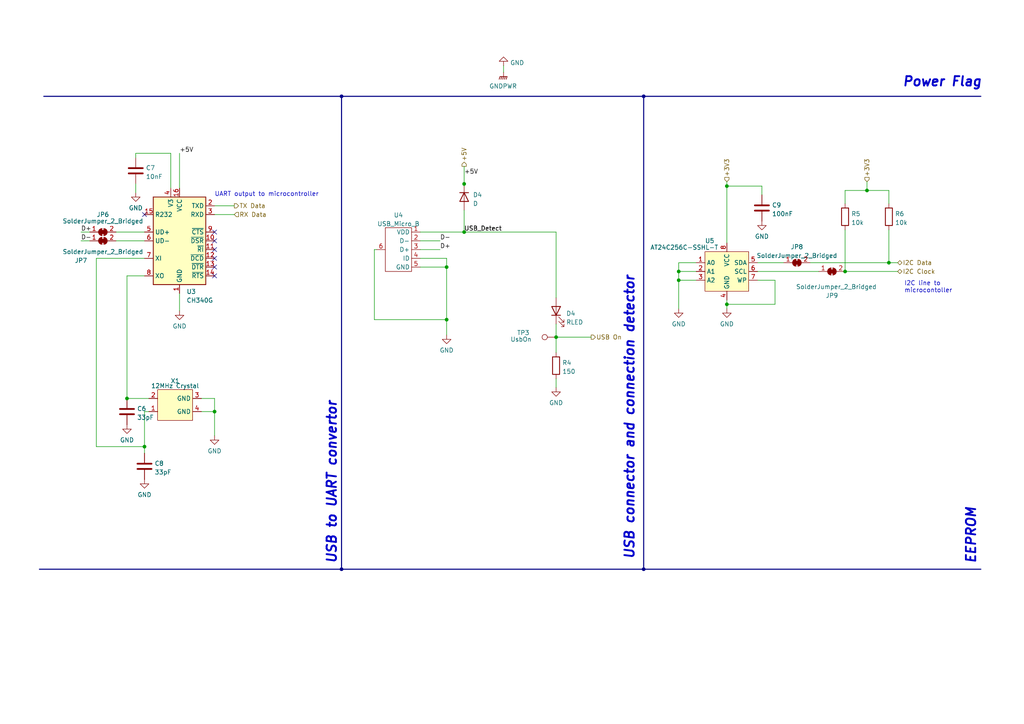
<source format=kicad_sch>
(kicad_sch (version 20230121) (generator eeschema)

  (uuid 5b87d508-679a-48f1-9edd-6fd69e38ced8)

  (paper "A4")

  (title_block
    (title "Mircoctroller interface")
    (date "2023-03-21")
    (company "university of cape town")
    (comment 1 "Author: Morris Nkomo")
  )

  (lib_symbols
    (symbol "Connector:TestPoint" (pin_numbers hide) (pin_names (offset 0.762) hide) (in_bom yes) (on_board yes)
      (property "Reference" "TP" (at 0 6.858 0)
        (effects (font (size 1.27 1.27)))
      )
      (property "Value" "TestPoint" (at 0 5.08 0)
        (effects (font (size 1.27 1.27)))
      )
      (property "Footprint" "" (at 5.08 0 0)
        (effects (font (size 1.27 1.27)) hide)
      )
      (property "Datasheet" "~" (at 5.08 0 0)
        (effects (font (size 1.27 1.27)) hide)
      )
      (property "ki_keywords" "test point tp" (at 0 0 0)
        (effects (font (size 1.27 1.27)) hide)
      )
      (property "ki_description" "test point" (at 0 0 0)
        (effects (font (size 1.27 1.27)) hide)
      )
      (property "ki_fp_filters" "Pin* Test*" (at 0 0 0)
        (effects (font (size 1.27 1.27)) hide)
      )
      (symbol "TestPoint_0_1"
        (circle (center 0 3.302) (radius 0.762)
          (stroke (width 0) (type default))
          (fill (type none))
        )
      )
      (symbol "TestPoint_1_1"
        (pin passive line (at 0 0 90) (length 2.54)
          (name "1" (effects (font (size 1.27 1.27))))
          (number "1" (effects (font (size 1.27 1.27))))
        )
      )
    )
    (symbol "Device:C" (pin_numbers hide) (pin_names (offset 0.254)) (in_bom yes) (on_board yes)
      (property "Reference" "C" (at 0.635 2.54 0)
        (effects (font (size 1.27 1.27)) (justify left))
      )
      (property "Value" "C" (at 0.635 -2.54 0)
        (effects (font (size 1.27 1.27)) (justify left))
      )
      (property "Footprint" "" (at 0.9652 -3.81 0)
        (effects (font (size 1.27 1.27)) hide)
      )
      (property "Datasheet" "~" (at 0 0 0)
        (effects (font (size 1.27 1.27)) hide)
      )
      (property "ki_keywords" "cap capacitor" (at 0 0 0)
        (effects (font (size 1.27 1.27)) hide)
      )
      (property "ki_description" "Unpolarized capacitor" (at 0 0 0)
        (effects (font (size 1.27 1.27)) hide)
      )
      (property "ki_fp_filters" "C_*" (at 0 0 0)
        (effects (font (size 1.27 1.27)) hide)
      )
      (symbol "C_0_1"
        (polyline
          (pts
            (xy -2.032 -0.762)
            (xy 2.032 -0.762)
          )
          (stroke (width 0.508) (type default))
          (fill (type none))
        )
        (polyline
          (pts
            (xy -2.032 0.762)
            (xy 2.032 0.762)
          )
          (stroke (width 0.508) (type default))
          (fill (type none))
        )
      )
      (symbol "C_1_1"
        (pin passive line (at 0 3.81 270) (length 2.794)
          (name "~" (effects (font (size 1.27 1.27))))
          (number "1" (effects (font (size 1.27 1.27))))
        )
        (pin passive line (at 0 -3.81 90) (length 2.794)
          (name "~" (effects (font (size 1.27 1.27))))
          (number "2" (effects (font (size 1.27 1.27))))
        )
      )
    )
    (symbol "Device:D" (pin_numbers hide) (pin_names (offset 1.016) hide) (in_bom yes) (on_board yes)
      (property "Reference" "D" (at 0 2.54 0)
        (effects (font (size 1.27 1.27)))
      )
      (property "Value" "D" (at 0 -2.54 0)
        (effects (font (size 1.27 1.27)))
      )
      (property "Footprint" "" (at 0 0 0)
        (effects (font (size 1.27 1.27)) hide)
      )
      (property "Datasheet" "~" (at 0 0 0)
        (effects (font (size 1.27 1.27)) hide)
      )
      (property "Sim.Device" "D" (at 0 0 0)
        (effects (font (size 1.27 1.27)) hide)
      )
      (property "Sim.Pins" "1=K 2=A" (at 0 0 0)
        (effects (font (size 1.27 1.27)) hide)
      )
      (property "ki_keywords" "diode" (at 0 0 0)
        (effects (font (size 1.27 1.27)) hide)
      )
      (property "ki_description" "Diode" (at 0 0 0)
        (effects (font (size 1.27 1.27)) hide)
      )
      (property "ki_fp_filters" "TO-???* *_Diode_* *SingleDiode* D_*" (at 0 0 0)
        (effects (font (size 1.27 1.27)) hide)
      )
      (symbol "D_0_1"
        (polyline
          (pts
            (xy -1.27 1.27)
            (xy -1.27 -1.27)
          )
          (stroke (width 0.254) (type default))
          (fill (type none))
        )
        (polyline
          (pts
            (xy 1.27 0)
            (xy -1.27 0)
          )
          (stroke (width 0) (type default))
          (fill (type none))
        )
        (polyline
          (pts
            (xy 1.27 1.27)
            (xy 1.27 -1.27)
            (xy -1.27 0)
            (xy 1.27 1.27)
          )
          (stroke (width 0.254) (type default))
          (fill (type none))
        )
      )
      (symbol "D_1_1"
        (pin passive line (at -3.81 0 0) (length 2.54)
          (name "K" (effects (font (size 1.27 1.27))))
          (number "1" (effects (font (size 1.27 1.27))))
        )
        (pin passive line (at 3.81 0 180) (length 2.54)
          (name "A" (effects (font (size 1.27 1.27))))
          (number "2" (effects (font (size 1.27 1.27))))
        )
      )
    )
    (symbol "Device:LED" (pin_numbers hide) (pin_names (offset 1.016) hide) (in_bom yes) (on_board yes)
      (property "Reference" "D" (at 0 2.54 0)
        (effects (font (size 1.27 1.27)))
      )
      (property "Value" "LED" (at 0 -2.54 0)
        (effects (font (size 1.27 1.27)))
      )
      (property "Footprint" "" (at 0 0 0)
        (effects (font (size 1.27 1.27)) hide)
      )
      (property "Datasheet" "~" (at 0 0 0)
        (effects (font (size 1.27 1.27)) hide)
      )
      (property "ki_keywords" "LED diode" (at 0 0 0)
        (effects (font (size 1.27 1.27)) hide)
      )
      (property "ki_description" "Light emitting diode" (at 0 0 0)
        (effects (font (size 1.27 1.27)) hide)
      )
      (property "ki_fp_filters" "LED* LED_SMD:* LED_THT:*" (at 0 0 0)
        (effects (font (size 1.27 1.27)) hide)
      )
      (symbol "LED_0_1"
        (polyline
          (pts
            (xy -1.27 -1.27)
            (xy -1.27 1.27)
          )
          (stroke (width 0.254) (type default))
          (fill (type none))
        )
        (polyline
          (pts
            (xy -1.27 0)
            (xy 1.27 0)
          )
          (stroke (width 0) (type default))
          (fill (type none))
        )
        (polyline
          (pts
            (xy 1.27 -1.27)
            (xy 1.27 1.27)
            (xy -1.27 0)
            (xy 1.27 -1.27)
          )
          (stroke (width 0.254) (type default))
          (fill (type none))
        )
        (polyline
          (pts
            (xy -3.048 -0.762)
            (xy -4.572 -2.286)
            (xy -3.81 -2.286)
            (xy -4.572 -2.286)
            (xy -4.572 -1.524)
          )
          (stroke (width 0) (type default))
          (fill (type none))
        )
        (polyline
          (pts
            (xy -1.778 -0.762)
            (xy -3.302 -2.286)
            (xy -2.54 -2.286)
            (xy -3.302 -2.286)
            (xy -3.302 -1.524)
          )
          (stroke (width 0) (type default))
          (fill (type none))
        )
      )
      (symbol "LED_1_1"
        (pin passive line (at -3.81 0 0) (length 2.54)
          (name "K" (effects (font (size 1.27 1.27))))
          (number "1" (effects (font (size 1.27 1.27))))
        )
        (pin passive line (at 3.81 0 180) (length 2.54)
          (name "A" (effects (font (size 1.27 1.27))))
          (number "2" (effects (font (size 1.27 1.27))))
        )
      )
    )
    (symbol "Device:R" (pin_numbers hide) (pin_names (offset 0)) (in_bom yes) (on_board yes)
      (property "Reference" "R" (at 2.032 0 90)
        (effects (font (size 1.27 1.27)))
      )
      (property "Value" "R" (at 0 0 90)
        (effects (font (size 1.27 1.27)))
      )
      (property "Footprint" "" (at -1.778 0 90)
        (effects (font (size 1.27 1.27)) hide)
      )
      (property "Datasheet" "~" (at 0 0 0)
        (effects (font (size 1.27 1.27)) hide)
      )
      (property "ki_keywords" "R res resistor" (at 0 0 0)
        (effects (font (size 1.27 1.27)) hide)
      )
      (property "ki_description" "Resistor" (at 0 0 0)
        (effects (font (size 1.27 1.27)) hide)
      )
      (property "ki_fp_filters" "R_*" (at 0 0 0)
        (effects (font (size 1.27 1.27)) hide)
      )
      (symbol "R_0_1"
        (rectangle (start -1.016 -2.54) (end 1.016 2.54)
          (stroke (width 0.254) (type default))
          (fill (type none))
        )
      )
      (symbol "R_1_1"
        (pin passive line (at 0 3.81 270) (length 1.27)
          (name "~" (effects (font (size 1.27 1.27))))
          (number "1" (effects (font (size 1.27 1.27))))
        )
        (pin passive line (at 0 -3.81 90) (length 1.27)
          (name "~" (effects (font (size 1.27 1.27))))
          (number "2" (effects (font (size 1.27 1.27))))
        )
      )
    )
    (symbol "Interface_USB:CH340G" (in_bom yes) (on_board yes)
      (property "Reference" "U" (at -5.08 13.97 0)
        (effects (font (size 1.27 1.27)) (justify right))
      )
      (property "Value" "CH340G" (at 1.27 13.97 0)
        (effects (font (size 1.27 1.27)) (justify left))
      )
      (property "Footprint" "Package_SO:SOIC-16_3.9x9.9mm_P1.27mm" (at 1.27 -13.97 0)
        (effects (font (size 1.27 1.27)) (justify left) hide)
      )
      (property "Datasheet" "http://www.datasheet5.com/pdf-local-2195953" (at -8.89 20.32 0)
        (effects (font (size 1.27 1.27)) hide)
      )
      (property "ki_keywords" "USB UART Serial Converter Interface" (at 0 0 0)
        (effects (font (size 1.27 1.27)) hide)
      )
      (property "ki_description" "USB serial converter, UART, SOIC-16" (at 0 0 0)
        (effects (font (size 1.27 1.27)) hide)
      )
      (property "ki_fp_filters" "SOIC*3.9x9.9mm*P1.27mm*" (at 0 0 0)
        (effects (font (size 1.27 1.27)) hide)
      )
      (symbol "CH340G_0_1"
        (rectangle (start -7.62 12.7) (end 7.62 -12.7)
          (stroke (width 0.254) (type default))
          (fill (type background))
        )
      )
      (symbol "CH340G_1_1"
        (pin power_in line (at 0 -15.24 90) (length 2.54)
          (name "GND" (effects (font (size 1.27 1.27))))
          (number "1" (effects (font (size 1.27 1.27))))
        )
        (pin input line (at 10.16 0 180) (length 2.54)
          (name "~{DSR}" (effects (font (size 1.27 1.27))))
          (number "10" (effects (font (size 1.27 1.27))))
        )
        (pin input line (at 10.16 -2.54 180) (length 2.54)
          (name "~{RI}" (effects (font (size 1.27 1.27))))
          (number "11" (effects (font (size 1.27 1.27))))
        )
        (pin input line (at 10.16 -5.08 180) (length 2.54)
          (name "~{DCD}" (effects (font (size 1.27 1.27))))
          (number "12" (effects (font (size 1.27 1.27))))
        )
        (pin output line (at 10.16 -7.62 180) (length 2.54)
          (name "~{DTR}" (effects (font (size 1.27 1.27))))
          (number "13" (effects (font (size 1.27 1.27))))
        )
        (pin output line (at 10.16 -10.16 180) (length 2.54)
          (name "~{RTS}" (effects (font (size 1.27 1.27))))
          (number "14" (effects (font (size 1.27 1.27))))
        )
        (pin input line (at -10.16 7.62 0) (length 2.54)
          (name "R232" (effects (font (size 1.27 1.27))))
          (number "15" (effects (font (size 1.27 1.27))))
        )
        (pin power_in line (at 0 15.24 270) (length 2.54)
          (name "VCC" (effects (font (size 1.27 1.27))))
          (number "16" (effects (font (size 1.27 1.27))))
        )
        (pin output line (at 10.16 10.16 180) (length 2.54)
          (name "TXD" (effects (font (size 1.27 1.27))))
          (number "2" (effects (font (size 1.27 1.27))))
        )
        (pin input line (at 10.16 7.62 180) (length 2.54)
          (name "RXD" (effects (font (size 1.27 1.27))))
          (number "3" (effects (font (size 1.27 1.27))))
        )
        (pin passive line (at -2.54 15.24 270) (length 2.54)
          (name "V3" (effects (font (size 1.27 1.27))))
          (number "4" (effects (font (size 1.27 1.27))))
        )
        (pin bidirectional line (at -10.16 2.54 0) (length 2.54)
          (name "UD+" (effects (font (size 1.27 1.27))))
          (number "5" (effects (font (size 1.27 1.27))))
        )
        (pin bidirectional line (at -10.16 0 0) (length 2.54)
          (name "UD-" (effects (font (size 1.27 1.27))))
          (number "6" (effects (font (size 1.27 1.27))))
        )
        (pin input line (at -10.16 -5.08 0) (length 2.54)
          (name "XI" (effects (font (size 1.27 1.27))))
          (number "7" (effects (font (size 1.27 1.27))))
        )
        (pin output line (at -10.16 -10.16 0) (length 2.54)
          (name "XO" (effects (font (size 1.27 1.27))))
          (number "8" (effects (font (size 1.27 1.27))))
        )
        (pin input line (at 10.16 2.54 180) (length 2.54)
          (name "~{CTS}" (effects (font (size 1.27 1.27))))
          (number "9" (effects (font (size 1.27 1.27))))
        )
      )
    )
    (symbol "Jumper:SolderJumper_2_Bridged" (pin_names (offset 0) hide) (in_bom yes) (on_board yes)
      (property "Reference" "JP" (at 0 2.032 0)
        (effects (font (size 1.27 1.27)))
      )
      (property "Value" "SolderJumper_2_Bridged" (at 0 -2.54 0)
        (effects (font (size 1.27 1.27)))
      )
      (property "Footprint" "" (at 0 0 0)
        (effects (font (size 1.27 1.27)) hide)
      )
      (property "Datasheet" "~" (at 0 0 0)
        (effects (font (size 1.27 1.27)) hide)
      )
      (property "ki_keywords" "solder jumper SPST" (at 0 0 0)
        (effects (font (size 1.27 1.27)) hide)
      )
      (property "ki_description" "Solder Jumper, 2-pole, closed/bridged" (at 0 0 0)
        (effects (font (size 1.27 1.27)) hide)
      )
      (property "ki_fp_filters" "SolderJumper*Bridged*" (at 0 0 0)
        (effects (font (size 1.27 1.27)) hide)
      )
      (symbol "SolderJumper_2_Bridged_0_1"
        (rectangle (start -0.508 0.508) (end 0.508 -0.508)
          (stroke (width 0) (type default))
          (fill (type outline))
        )
        (arc (start -0.254 1.016) (mid -1.2656 0) (end -0.254 -1.016)
          (stroke (width 0) (type default))
          (fill (type none))
        )
        (arc (start -0.254 1.016) (mid -1.2656 0) (end -0.254 -1.016)
          (stroke (width 0) (type default))
          (fill (type outline))
        )
        (polyline
          (pts
            (xy -0.254 1.016)
            (xy -0.254 -1.016)
          )
          (stroke (width 0) (type default))
          (fill (type none))
        )
        (polyline
          (pts
            (xy 0.254 1.016)
            (xy 0.254 -1.016)
          )
          (stroke (width 0) (type default))
          (fill (type none))
        )
        (arc (start 0.254 -1.016) (mid 1.2656 0) (end 0.254 1.016)
          (stroke (width 0) (type default))
          (fill (type none))
        )
        (arc (start 0.254 -1.016) (mid 1.2656 0) (end 0.254 1.016)
          (stroke (width 0) (type default))
          (fill (type outline))
        )
      )
      (symbol "SolderJumper_2_Bridged_1_1"
        (pin passive line (at -3.81 0 0) (length 2.54)
          (name "A" (effects (font (size 1.27 1.27))))
          (number "1" (effects (font (size 1.27 1.27))))
        )
        (pin passive line (at 3.81 0 180) (length 2.54)
          (name "B" (effects (font (size 1.27 1.27))))
          (number "2" (effects (font (size 1.27 1.27))))
        )
      )
    )
    (symbol "Symbol_EEE3088F:12MHz_SMD_Crystal" (in_bom yes) (on_board yes)
      (property "Reference" "X" (at 0 6.35 0)
        (effects (font (size 1.27 1.27)))
      )
      (property "Value" "12MHz_SMD_Crystal" (at 0 -8.89 0)
        (effects (font (size 1.27 1.27)))
      )
      (property "Footprint" "" (at 0 0 0)
        (effects (font (size 1.27 1.27)) hide)
      )
      (property "Datasheet" "" (at 0 0 0)
        (effects (font (size 1.27 1.27)) hide)
      )
      (symbol "12MHz_SMD_Crystal_0_1"
        (rectangle (start -5.08 3.81) (end 5.08 -5.08)
          (stroke (width 0.1524) (type default))
          (fill (type background))
        )
      )
      (symbol "12MHz_SMD_Crystal_1_1"
        (pin input line (at -7.62 -2.54 0) (length 2.54)
          (name "" (effects (font (size 1.27 1.27))))
          (number "1" (effects (font (size 1.27 1.27))))
        )
        (pin input line (at -7.62 1.27 0) (length 2.54)
          (name "" (effects (font (size 1.27 1.27))))
          (number "2" (effects (font (size 1.27 1.27))))
        )
        (pin input line (at 7.62 1.27 180) (length 2.54)
          (name "GND" (effects (font (size 1.27 1.27))))
          (number "3" (effects (font (size 1.27 1.27))))
        )
        (pin input line (at 7.62 -2.54 180) (length 2.54)
          (name "GND" (effects (font (size 1.27 1.27))))
          (number "4" (effects (font (size 1.27 1.27))))
        )
      )
    )
    (symbol "Symbol_EEE3088F:AT24C256C-SSHL-T" (in_bom yes) (on_board yes)
      (property "Reference" "U" (at -5.08 -7.62 0)
        (effects (font (size 1.27 1.27)))
      )
      (property "Value" "AT24C256C-SSHL-T" (at 12.065 6.985 0)
        (effects (font (size 1.27 1.27)))
      )
      (property "Footprint" "" (at 0 0 0)
        (effects (font (size 1.27 1.27)) hide)
      )
      (property "Datasheet" "" (at 0 0 0)
        (effects (font (size 1.27 1.27)) hide)
      )
      (symbol "AT24C256C-SSHL-T_0_1"
        (rectangle (start -6.35 5.715) (end 6.35 -5.715)
          (stroke (width 0.1524) (type default))
          (fill (type background))
        )
      )
      (symbol "AT24C256C-SSHL-T_1_1"
        (pin input line (at -8.89 2.54 0) (length 2.54)
          (name "A0" (effects (font (size 1.27 1.27))))
          (number "1" (effects (font (size 1.27 1.27))))
        )
        (pin input line (at -8.89 0 0) (length 2.54)
          (name "A1" (effects (font (size 1.27 1.27))))
          (number "2" (effects (font (size 1.27 1.27))))
        )
        (pin input line (at -8.89 -2.54 0) (length 2.54)
          (name "A2" (effects (font (size 1.27 1.27))))
          (number "3" (effects (font (size 1.27 1.27))))
        )
        (pin input line (at 0 -8.255 90) (length 2.54)
          (name "GND" (effects (font (size 1.27 1.27))))
          (number "4" (effects (font (size 1.27 1.27))))
        )
        (pin input line (at 8.89 2.54 180) (length 2.54)
          (name "SDA" (effects (font (size 1.27 1.27))))
          (number "5" (effects (font (size 1.27 1.27))))
        )
        (pin input line (at 8.89 0 180) (length 2.54)
          (name "SCL" (effects (font (size 1.27 1.27))))
          (number "6" (effects (font (size 1.27 1.27))))
        )
        (pin input line (at 8.89 -2.54 180) (length 2.54)
          (name "WP" (effects (font (size 1.27 1.27))))
          (number "7" (effects (font (size 1.27 1.27))))
        )
        (pin input line (at 0 8.255 270) (length 2.54)
          (name "VCC" (effects (font (size 1.27 1.27))))
          (number "8" (effects (font (size 1.27 1.27))))
        )
      )
    )
    (symbol "Symbol_EEE3088F:USB_Micro_B_Female_Connector" (in_bom yes) (on_board yes)
      (property "Reference" "U4" (at 1.27 9.999 0)
        (effects (font (size 1.27 1.27)))
      )
      (property "Value" "USB_Micro_B" (at 1.27 7.4621 0)
        (effects (font (size 1.27 1.27)))
      )
      (property "Footprint" "Footprint_EEE3088F:MICRO-USB-SMD_U254-051T-4BH83-S1S" (at 0 0 0)
        (effects (font (size 1.27 1.27)) hide)
      )
      (property "Datasheet" "" (at 0 0 0)
        (effects (font (size 1.27 1.27)) hide)
      )
      (property "Populate" "P" (at 0 0 0)
        (effects (font (size 1.27 1.27)) hide)
      )
      (property "JLC Part #" "C319160" (at 0 0 0)
        (effects (font (size 1.27 1.27)) hide)
      )
      (property "Price" "$0.0673" (at 0 0 0)
        (effects (font (size 1.27 1.27)) hide)
      )
      (property "Extended/Basic" "E" (at 0 0 0)
        (effects (font (size 1.27 1.27)) hide)
      )
      (symbol "USB_Micro_B_Female_Connector_0_1"
        (rectangle (start 5.08 6.35) (end -2.54 -6.35)
          (stroke (width 0.1524) (type default))
          (fill (type none))
        )
      )
      (symbol "USB_Micro_B_Female_Connector_1_1"
        (pin power_out line (at 7.62 5.08 180) (length 2.54)
          (name "VDD" (effects (font (size 1.27 1.27))))
          (number "1" (effects (font (size 1.27 1.27))))
        )
        (pin input line (at 7.62 2.54 180) (length 2.54)
          (name "D-" (effects (font (size 1.27 1.27))))
          (number "2" (effects (font (size 1.27 1.27))))
        )
        (pin input line (at 7.62 0 180) (length 2.54)
          (name "D+" (effects (font (size 1.27 1.27))))
          (number "3" (effects (font (size 1.27 1.27))))
        )
        (pin passive line (at 7.62 -2.54 180) (length 2.54)
          (name "ID" (effects (font (size 1.27 1.27))))
          (number "4" (effects (font (size 1.27 1.27))))
        )
        (pin power_out line (at 7.62 -5.08 180) (length 2.54)
          (name "GND" (effects (font (size 1.27 1.27))))
          (number "5" (effects (font (size 1.27 1.27))))
        )
        (pin passive line (at -5.08 0 0) (length 2.54)
          (name "" (effects (font (size 1.27 1.27))))
          (number "6" (effects (font (size 1.27 1.27))))
        )
      )
    )
    (symbol "power:GND" (power) (pin_names (offset 0)) (in_bom yes) (on_board yes)
      (property "Reference" "#PWR" (at 0 -6.35 0)
        (effects (font (size 1.27 1.27)) hide)
      )
      (property "Value" "GND" (at 0 -3.81 0)
        (effects (font (size 1.27 1.27)))
      )
      (property "Footprint" "" (at 0 0 0)
        (effects (font (size 1.27 1.27)) hide)
      )
      (property "Datasheet" "" (at 0 0 0)
        (effects (font (size 1.27 1.27)) hide)
      )
      (property "ki_keywords" "power-flag" (at 0 0 0)
        (effects (font (size 1.27 1.27)) hide)
      )
      (property "ki_description" "Power symbol creates a global label with name \"GND\" , ground" (at 0 0 0)
        (effects (font (size 1.27 1.27)) hide)
      )
      (symbol "GND_0_1"
        (polyline
          (pts
            (xy 0 0)
            (xy 0 -1.27)
            (xy 1.27 -1.27)
            (xy 0 -2.54)
            (xy -1.27 -1.27)
            (xy 0 -1.27)
          )
          (stroke (width 0) (type default))
          (fill (type none))
        )
      )
      (symbol "GND_1_1"
        (pin power_in line (at 0 0 270) (length 0) hide
          (name "GND" (effects (font (size 1.27 1.27))))
          (number "1" (effects (font (size 1.27 1.27))))
        )
      )
    )
    (symbol "power:GNDPWR" (power) (pin_names (offset 0)) (in_bom yes) (on_board yes)
      (property "Reference" "#PWR" (at 0 -5.08 0)
        (effects (font (size 1.27 1.27)) hide)
      )
      (property "Value" "GNDPWR" (at 0 -3.302 0)
        (effects (font (size 1.27 1.27)))
      )
      (property "Footprint" "" (at 0 -1.27 0)
        (effects (font (size 1.27 1.27)) hide)
      )
      (property "Datasheet" "" (at 0 -1.27 0)
        (effects (font (size 1.27 1.27)) hide)
      )
      (property "ki_keywords" "power-flag" (at 0 0 0)
        (effects (font (size 1.27 1.27)) hide)
      )
      (property "ki_description" "Power symbol creates a global label with name \"GNDPWR\" , power ground" (at 0 0 0)
        (effects (font (size 1.27 1.27)) hide)
      )
      (symbol "GNDPWR_0_1"
        (polyline
          (pts
            (xy 0 -1.27)
            (xy 0 0)
          )
          (stroke (width 0) (type default))
          (fill (type none))
        )
        (polyline
          (pts
            (xy -1.016 -1.27)
            (xy -1.27 -2.032)
            (xy -1.27 -2.032)
          )
          (stroke (width 0.2032) (type default))
          (fill (type none))
        )
        (polyline
          (pts
            (xy -0.508 -1.27)
            (xy -0.762 -2.032)
            (xy -0.762 -2.032)
          )
          (stroke (width 0.2032) (type default))
          (fill (type none))
        )
        (polyline
          (pts
            (xy 0 -1.27)
            (xy -0.254 -2.032)
            (xy -0.254 -2.032)
          )
          (stroke (width 0.2032) (type default))
          (fill (type none))
        )
        (polyline
          (pts
            (xy 0.508 -1.27)
            (xy 0.254 -2.032)
            (xy 0.254 -2.032)
          )
          (stroke (width 0.2032) (type default))
          (fill (type none))
        )
        (polyline
          (pts
            (xy 1.016 -1.27)
            (xy -1.016 -1.27)
            (xy -1.016 -1.27)
          )
          (stroke (width 0.2032) (type default))
          (fill (type none))
        )
        (polyline
          (pts
            (xy 1.016 -1.27)
            (xy 0.762 -2.032)
            (xy 0.762 -2.032)
            (xy 0.762 -2.032)
          )
          (stroke (width 0.2032) (type default))
          (fill (type none))
        )
      )
      (symbol "GNDPWR_1_1"
        (pin power_in line (at 0 0 270) (length 0) hide
          (name "GNDPWR" (effects (font (size 1.27 1.27))))
          (number "1" (effects (font (size 1.27 1.27))))
        )
      )
    )
  )

  (junction (at 186.69 27.94) (diameter 0) (color 0 0 0 0)
    (uuid 005522f3-ee46-49bc-b5e2-a58aab8138ba)
  )
  (junction (at 129.54 92.71) (diameter 0) (color 0 0 0 0)
    (uuid 19209c26-3cd1-4d18-bde3-18172150290d)
  )
  (junction (at 186.69 165.1) (diameter 0) (color 0 0 0 0)
    (uuid 1bf7cc52-6f76-4e43-9edf-96f6374f29dc)
  )
  (junction (at 36.83 115.57) (diameter 0) (color 0 0 0 0)
    (uuid 26d575ea-8144-4e44-8136-84f9f3a3ed7b)
  )
  (junction (at 41.91 129.54) (diameter 0) (color 0 0 0 0)
    (uuid 35275a11-3807-466d-9e0f-e455939a0341)
  )
  (junction (at 99.06 165.1) (diameter 0) (color 0 0 0 0)
    (uuid 41d318fb-f5c2-4c6e-96cd-d48382b2943b)
  )
  (junction (at 251.46 55.245) (diameter 0) (color 0 0 0 0)
    (uuid 44d5a53f-77ab-42ec-8bf4-5dc576446215)
  )
  (junction (at 257.81 76.2) (diameter 0) (color 0 0 0 0)
    (uuid 47ea89af-c56d-4cf7-b904-03c1bcf38191)
  )
  (junction (at 129.54 77.47) (diameter 0) (color 0 0 0 0)
    (uuid 56a18a5c-ff19-4b19-ac49-7fb4c2ec05ab)
  )
  (junction (at 196.85 78.74) (diameter 0) (color 0 0 0 0)
    (uuid 57d0829d-3a64-4c3e-8e83-ee7fa9aaabf1)
  )
  (junction (at 245.11 78.74) (diameter 0) (color 0 0 0 0)
    (uuid 59c57d46-810e-4295-b45a-cf1635681fb5)
  )
  (junction (at 134.62 53.34) (diameter 0) (color 0 0 0 0)
    (uuid 78657842-d0a2-4cdd-bdbb-b68b524f0eab)
  )
  (junction (at 99.06 27.94) (diameter 0) (color 0 0 0 0)
    (uuid 7bfc125b-96dd-4d42-8dfa-f37ba3be323f)
  )
  (junction (at 134.62 67.31) (diameter 0) (color 0 0 0 0)
    (uuid 7d86139d-2e01-4b21-a9e3-54a673c3dfce)
  )
  (junction (at 62.23 119.38) (diameter 0) (color 0 0 0 0)
    (uuid ad7b4ac2-a260-48c2-8b2c-7c1558192b16)
  )
  (junction (at 161.29 97.79) (diameter 0) (color 0 0 0 0)
    (uuid ca15dbfe-7eb6-40ea-abf0-6e1ecb1daaee)
  )
  (junction (at 196.85 81.28) (diameter 0) (color 0 0 0 0)
    (uuid d1836152-3002-48da-87f9-79d95593a58d)
  )
  (junction (at 210.82 53.975) (diameter 0) (color 0 0 0 0)
    (uuid e60b7dee-fb2c-43c1-8e86-4285b388c2d7)
  )
  (junction (at 210.82 88.265) (diameter 0) (color 0 0 0 0)
    (uuid eee4b565-7307-4ae5-a237-12be4d888676)
  )

  (no_connect (at 62.23 72.39) (uuid 18e6629c-812a-47f0-a5fe-6175205bb966))
  (no_connect (at 62.23 74.93) (uuid 30587998-e1b7-4613-8e9f-0e5691ee5575))
  (no_connect (at 41.91 62.23) (uuid 418e91ff-0303-4249-b462-39f88600b848))
  (no_connect (at 62.23 80.01) (uuid 5dde1d8d-dcf2-4ce1-bb5c-f4eb71690950))
  (no_connect (at 62.23 67.31) (uuid 688fae06-c9e2-4353-935f-0d108ce371bc))
  (no_connect (at 62.23 69.85) (uuid 83f4febd-5881-4cd2-9122-f0794ec54c73))
  (no_connect (at 62.23 77.47) (uuid cbe7f583-9234-4ef9-91cb-8cd8001dd1d5))

  (wire (pts (xy 219.71 78.74) (xy 237.49 78.74))
    (stroke (width 0) (type default))
    (uuid 01ffdb8e-55e5-46c3-8b9d-824bf6b74e63)
  )
  (wire (pts (xy 134.62 53.34) (xy 134.62 53.975))
    (stroke (width 0) (type default))
    (uuid 03550b49-5ef6-4a96-bd4b-595e4e68abe4)
  )
  (wire (pts (xy 210.82 52.705) (xy 210.82 53.975))
    (stroke (width 0) (type default))
    (uuid 09a05023-0e29-4bc0-8c00-cc918f4ebd67)
  )
  (bus (pts (xy 186.69 165.1) (xy 284.48 165.1))
    (stroke (width 0) (type default))
    (uuid 0c8f6855-7bf4-4c25-9ba5-1fb9b4283b9f)
  )

  (wire (pts (xy 41.91 119.38) (xy 41.91 129.54))
    (stroke (width 0) (type default))
    (uuid 12e0bb9a-e8b1-48ff-87f3-6fdc791dc78e)
  )
  (wire (pts (xy 134.62 60.96) (xy 134.62 67.31))
    (stroke (width 0) (type default))
    (uuid 13289b6f-9b63-4437-ae01-a857bb410e8c)
  )
  (wire (pts (xy 257.81 76.2) (xy 260.35 76.2))
    (stroke (width 0) (type default))
    (uuid 13a01b13-fef2-41fc-a5f3-827256b0743a)
  )
  (wire (pts (xy 161.29 67.31) (xy 161.29 86.36))
    (stroke (width 0) (type default))
    (uuid 1714f86c-28f3-433c-8c52-47c5bb1439c5)
  )
  (wire (pts (xy 210.82 53.975) (xy 210.82 70.485))
    (stroke (width 0) (type default))
    (uuid 183dc35b-c39d-42f7-9aa4-46aa7338698b)
  )
  (wire (pts (xy 257.81 59.055) (xy 257.81 55.245))
    (stroke (width 0) (type default))
    (uuid 1d0178fb-1f1c-4256-b343-877164843297)
  )
  (wire (pts (xy 43.18 119.38) (xy 41.91 119.38))
    (stroke (width 0) (type default))
    (uuid 21d8720f-1aef-49a5-bf44-7218b2f9d3e2)
  )
  (wire (pts (xy 245.11 55.245) (xy 245.11 59.055))
    (stroke (width 0) (type default))
    (uuid 26ba94a4-c5ce-4b71-82d6-cffdbb689dff)
  )
  (wire (pts (xy 161.29 97.79) (xy 161.29 102.235))
    (stroke (width 0) (type default))
    (uuid 2758d22b-3fb3-4272-a50c-209c36f8cf41)
  )
  (wire (pts (xy 196.85 81.28) (xy 201.93 81.28))
    (stroke (width 0) (type default))
    (uuid 2e3b2bf7-294a-4e1c-87da-3bbce12491b7)
  )
  (wire (pts (xy 121.92 69.85) (xy 127.635 69.85))
    (stroke (width 0) (type default))
    (uuid 35b02696-2daf-4a84-bdf8-8a102ff47c40)
  )
  (wire (pts (xy 196.85 76.2) (xy 196.85 78.74))
    (stroke (width 0) (type default))
    (uuid 381e80bd-6343-48e1-a3ec-071cf5a58b1f)
  )
  (wire (pts (xy 146.05 19.05) (xy 146.05 20.955))
    (stroke (width 0) (type default))
    (uuid 38ed19b1-fd75-4288-8b27-c5fe1a682372)
  )
  (wire (pts (xy 196.85 78.74) (xy 201.93 78.74))
    (stroke (width 0) (type default))
    (uuid 399cbac7-fc4d-4ae3-a304-725e8799235f)
  )
  (wire (pts (xy 108.585 92.71) (xy 108.585 72.39))
    (stroke (width 0) (type default))
    (uuid 3e30fc91-ad2c-4ccc-8a6d-924458b1062f)
  )
  (wire (pts (xy 36.83 80.01) (xy 41.91 80.01))
    (stroke (width 0) (type default))
    (uuid 4109dd5d-9410-4eea-bad8-3bce0929d834)
  )
  (wire (pts (xy 41.91 129.54) (xy 41.91 131.445))
    (stroke (width 0) (type default))
    (uuid 43bc5ef0-a898-4a25-a459-934ff5ad5018)
  )
  (wire (pts (xy 129.54 77.47) (xy 129.54 92.71))
    (stroke (width 0) (type default))
    (uuid 49f63937-8220-48e2-a6bc-77805d6d3621)
  )
  (wire (pts (xy 245.11 78.74) (xy 260.35 78.74))
    (stroke (width 0) (type default))
    (uuid 4d7b6380-3ce3-4b5a-accc-af725ead2f37)
  )
  (wire (pts (xy 49.53 44.45) (xy 49.53 54.61))
    (stroke (width 0) (type default))
    (uuid 4f93b5aa-ddcf-48bb-97e0-2b20aa6a3048)
  )
  (wire (pts (xy 58.42 115.57) (xy 62.23 115.57))
    (stroke (width 0) (type default))
    (uuid 52173ab3-2fd8-4b38-9649-1269c9d43260)
  )
  (wire (pts (xy 23.495 69.85) (xy 26.035 69.85))
    (stroke (width 0) (type default))
    (uuid 53967966-4e76-4990-b7f7-0a988d713532)
  )
  (wire (pts (xy 108.585 72.39) (xy 109.22 72.39))
    (stroke (width 0) (type default))
    (uuid 552068cc-145d-418b-ac84-3f4ef553fd98)
  )
  (wire (pts (xy 219.71 81.28) (xy 224.79 81.28))
    (stroke (width 0) (type default))
    (uuid 56f805ec-a319-4b88-b778-eccfb629dc97)
  )
  (bus (pts (xy 99.06 27.94) (xy 99.06 165.1))
    (stroke (width 0) (type default))
    (uuid 5930b359-bf36-4ab4-99e2-36d098ffdbf4)
  )

  (wire (pts (xy 52.07 85.09) (xy 52.07 90.17))
    (stroke (width 0) (type default))
    (uuid 597d7c16-4551-4a9c-9fae-5b0d3c31bf4f)
  )
  (wire (pts (xy 36.83 80.01) (xy 36.83 115.57))
    (stroke (width 0) (type default))
    (uuid 5a8aff03-a576-4e89-bbca-62170945d889)
  )
  (wire (pts (xy 134.62 67.31) (xy 161.29 67.31))
    (stroke (width 0) (type default))
    (uuid 5dafb07a-abb6-495f-8458-e65212a83981)
  )
  (wire (pts (xy 245.11 66.675) (xy 245.11 78.74))
    (stroke (width 0) (type default))
    (uuid 5db74482-828d-4eb0-9758-54b487a0caf7)
  )
  (wire (pts (xy 39.37 44.45) (xy 39.37 45.72))
    (stroke (width 0) (type default))
    (uuid 6140ed2f-c358-4d50-94d4-8e8e4c98b0f9)
  )
  (wire (pts (xy 33.655 67.31) (xy 41.91 67.31))
    (stroke (width 0) (type default))
    (uuid 618b5a1c-75bb-48b0-8c88-20d49bf25440)
  )
  (bus (pts (xy 12.7 27.94) (xy 99.06 27.94))
    (stroke (width 0) (type default))
    (uuid 63a2c2aa-cb82-4685-b9e3-22b56ba57763)
  )

  (wire (pts (xy 62.23 115.57) (xy 62.23 119.38))
    (stroke (width 0) (type default))
    (uuid 67fd8072-841a-464b-a226-ff6d45d95298)
  )
  (wire (pts (xy 27.94 74.93) (xy 27.94 129.54))
    (stroke (width 0) (type default))
    (uuid 73da96bb-70ec-46ed-af2d-05b6e8c5bfb3)
  )
  (wire (pts (xy 129.54 74.93) (xy 129.54 77.47))
    (stroke (width 0) (type default))
    (uuid 749f9042-3208-4755-96fb-88a8da0a1912)
  )
  (wire (pts (xy 251.46 55.245) (xy 257.81 55.245))
    (stroke (width 0) (type default))
    (uuid 750a3fbc-d367-41bf-8c6a-b9b5789c1d1e)
  )
  (wire (pts (xy 257.81 66.675) (xy 257.81 76.2))
    (stroke (width 0) (type default))
    (uuid 780132bd-e233-4732-b277-b6aeb6da1a4b)
  )
  (wire (pts (xy 251.46 52.705) (xy 251.46 55.245))
    (stroke (width 0) (type default))
    (uuid 7bbffe61-2df1-476c-854d-a87cbfb9a048)
  )
  (wire (pts (xy 62.23 119.38) (xy 58.42 119.38))
    (stroke (width 0) (type default))
    (uuid 7eb52331-61fe-4227-8485-01fb888ef426)
  )
  (wire (pts (xy 224.79 81.28) (xy 224.79 88.265))
    (stroke (width 0) (type default))
    (uuid 7f907576-7814-431e-9db4-a99a5c178168)
  )
  (bus (pts (xy 11.43 165.1) (xy 99.06 165.1))
    (stroke (width 0) (type default))
    (uuid 8107ab9b-0ceb-4460-af14-50e31acc37d6)
  )

  (wire (pts (xy 134.62 48.26) (xy 134.62 53.34))
    (stroke (width 0) (type default))
    (uuid 81a974f1-5080-493e-8135-6397fde52659)
  )
  (wire (pts (xy 39.37 53.34) (xy 39.37 55.88))
    (stroke (width 0) (type default))
    (uuid 88df26e0-7e93-4a07-bf2a-365fe2920db7)
  )
  (wire (pts (xy 210.82 53.975) (xy 220.98 53.975))
    (stroke (width 0) (type default))
    (uuid 903f19d0-90ce-44a2-9b62-c3a4ddaf451f)
  )
  (wire (pts (xy 196.85 81.28) (xy 196.85 89.535))
    (stroke (width 0) (type default))
    (uuid 957c69a4-f426-4526-8ef3-de286f923fa1)
  )
  (wire (pts (xy 52.07 54.61) (xy 52.07 44.45))
    (stroke (width 0) (type default))
    (uuid 95b04d88-4c76-402b-824c-4908da6702e4)
  )
  (wire (pts (xy 121.92 67.31) (xy 134.62 67.31))
    (stroke (width 0) (type default))
    (uuid 9899c7b4-23a6-4bb2-9eb0-cd252a113ad5)
  )
  (wire (pts (xy 36.83 115.57) (xy 43.18 115.57))
    (stroke (width 0) (type default))
    (uuid 9982aa5f-84ff-45e1-addf-db30b9e3bb1f)
  )
  (bus (pts (xy 99.06 27.94) (xy 186.69 27.94))
    (stroke (width 0) (type default))
    (uuid 9ccb64df-af2d-4b14-9e57-25da8c7440da)
  )

  (wire (pts (xy 161.29 109.855) (xy 161.29 112.395))
    (stroke (width 0) (type default))
    (uuid 9f5db062-090e-48d5-9176-b8610282c584)
  )
  (bus (pts (xy 186.69 27.94) (xy 284.48 27.94))
    (stroke (width 0) (type default))
    (uuid a336fb0e-384b-4c82-a9da-f0b503119bf7)
  )

  (wire (pts (xy 62.23 59.69) (xy 67.945 59.69))
    (stroke (width 0) (type default))
    (uuid a3a97a6b-5e73-4f60-b719-8e3722eccfee)
  )
  (wire (pts (xy 219.71 76.2) (xy 227.33 76.2))
    (stroke (width 0) (type default))
    (uuid a6fa003b-8701-4163-bed0-bfcbf8bc2979)
  )
  (wire (pts (xy 23.495 67.31) (xy 26.035 67.31))
    (stroke (width 0) (type default))
    (uuid a75b9a80-50c8-4545-a718-67615fb60071)
  )
  (wire (pts (xy 220.98 53.975) (xy 220.98 56.515))
    (stroke (width 0) (type default))
    (uuid a9d6fb8c-8c24-4b88-91cc-61bad100e632)
  )
  (wire (pts (xy 234.95 76.2) (xy 257.81 76.2))
    (stroke (width 0) (type default))
    (uuid ae8fd9f7-953b-49ce-80ae-6b3b8bafcb35)
  )
  (wire (pts (xy 62.23 119.38) (xy 62.23 126.365))
    (stroke (width 0) (type default))
    (uuid aff81466-5359-4830-8381-92a30b766e5e)
  )
  (wire (pts (xy 108.585 92.71) (xy 129.54 92.71))
    (stroke (width 0) (type default))
    (uuid b4db4c2b-64d1-433e-bf5d-9d0496cc752e)
  )
  (wire (pts (xy 196.85 78.74) (xy 196.85 81.28))
    (stroke (width 0) (type default))
    (uuid b677ec07-0270-473c-a970-a349786381af)
  )
  (wire (pts (xy 210.82 86.995) (xy 210.82 88.265))
    (stroke (width 0) (type default))
    (uuid c669d687-8579-4173-8e1c-00b60c609e6f)
  )
  (wire (pts (xy 121.92 74.93) (xy 129.54 74.93))
    (stroke (width 0) (type default))
    (uuid ca20aed1-f6a4-4284-9bab-df77ad8d8ecb)
  )
  (wire (pts (xy 161.29 97.79) (xy 171.45 97.79))
    (stroke (width 0) (type default))
    (uuid cb67b8f9-c13a-4275-a620-8d09bffaea1c)
  )
  (wire (pts (xy 210.82 88.265) (xy 210.82 89.535))
    (stroke (width 0) (type default))
    (uuid cdafa020-3f3f-4c1e-a029-6f1f6fa0c050)
  )
  (wire (pts (xy 27.94 74.93) (xy 41.91 74.93))
    (stroke (width 0) (type default))
    (uuid d003a511-881a-4a02-afa5-560967d05357)
  )
  (wire (pts (xy 224.79 88.265) (xy 210.82 88.265))
    (stroke (width 0) (type default))
    (uuid d77036b4-74bc-40cb-8a9e-a2e6c648de75)
  )
  (wire (pts (xy 39.37 44.45) (xy 49.53 44.45))
    (stroke (width 0) (type default))
    (uuid d782ab60-9cad-4300-a08f-1f837294fc0c)
  )
  (wire (pts (xy 161.29 93.98) (xy 161.29 97.79))
    (stroke (width 0) (type default))
    (uuid dbda044a-38c7-48d3-80c0-104d9fcc3a8b)
  )
  (wire (pts (xy 41.91 129.54) (xy 27.94 129.54))
    (stroke (width 0) (type default))
    (uuid dcf8ba65-f005-4b1d-8e0c-76411fd736da)
  )
  (bus (pts (xy 99.06 165.1) (xy 186.69 165.1))
    (stroke (width 0) (type default))
    (uuid dd9fc0be-dbb1-4bc4-9bf5-c0eea14eb315)
  )

  (wire (pts (xy 33.655 69.85) (xy 41.91 69.85))
    (stroke (width 0) (type default))
    (uuid e1794cb3-1352-4778-9c21-f832fa46882a)
  )
  (wire (pts (xy 196.85 76.2) (xy 201.93 76.2))
    (stroke (width 0) (type default))
    (uuid e5338895-ef5b-4b3d-9ce6-9d51cc48d99b)
  )
  (wire (pts (xy 62.23 62.23) (xy 67.945 62.23))
    (stroke (width 0) (type default))
    (uuid f4bd5fdb-0991-4202-9074-7857b899229d)
  )
  (wire (pts (xy 121.92 72.39) (xy 127.635 72.39))
    (stroke (width 0) (type default))
    (uuid f5c8452d-4cbc-48d3-8389-a34305eb2c0e)
  )
  (wire (pts (xy 129.54 92.71) (xy 129.54 97.155))
    (stroke (width 0) (type default))
    (uuid f7484b44-383d-4374-81ca-6cfb18fbdb15)
  )
  (wire (pts (xy 121.92 77.47) (xy 129.54 77.47))
    (stroke (width 0) (type default))
    (uuid faf8668a-796e-44fb-a092-33a04105e5ff)
  )
  (wire (pts (xy 251.46 55.245) (xy 245.11 55.245))
    (stroke (width 0) (type default))
    (uuid fb8ff35d-bfe9-492c-8060-ff80e6f79791)
  )
  (bus (pts (xy 186.69 165.1) (xy 186.69 27.94))
    (stroke (width 0) (type default))
    (uuid fc1376c5-38f3-4bd7-861f-d83a8301fdb5)
  )

  (text "UART output to microcontroller" (at 62.23 57.15 0)
    (effects (font (size 1.27 1.27)) (justify left bottom))
    (uuid 092e97a6-9c4e-4375-999b-93915f9b3264)
  )
  (text "EEPROM" (at 283.21 163.83 90)
    (effects (font (size 2.7 2.7) (thickness 0.54) bold italic) (justify left bottom))
    (uuid 39195666-caa8-4825-a131-b40f205f70ca)
  )
  (text "USB connector and connection detector" (at 184.15 162.56 90)
    (effects (font (size 2.7 2.7) (thickness 0.54) bold italic) (justify left bottom))
    (uuid 3d2ca139-f75a-4769-897e-37ee8ac91498)
  )
  (text "I2C line to \nmicrocontoller" (at 262.255 85.09 0)
    (effects (font (size 1.27 1.27)) (justify left bottom))
    (uuid 59eaf214-0f3b-4e9c-93fd-7daf0c806cd8)
  )
  (text "USB to UART convertor" (at 97.79 163.83 90)
    (effects (font (size 2.7 2.7) (thickness 0.54) bold italic) (justify left bottom))
    (uuid c916ffcb-0420-4f3e-b759-e3663085f0b3)
  )
  (text "Power Flag" (at 261.62 25.4 0)
    (effects (font (size 2.7 2.7) (thickness 0.54) bold italic) (justify left bottom))
    (uuid d4006311-89c4-479e-a5d9-03182313ae59)
  )

  (label "USB_Detect" (at 134.62 67.31 0) (fields_autoplaced)
    (effects (font (size 1.27 1.27)) (justify left bottom))
    (uuid 00884645-1c4e-4adc-af60-666b7059ba47)
  )
  (label "D+" (at 127.635 72.39 0) (fields_autoplaced)
    (effects (font (size 1.27 1.27)) (justify left bottom))
    (uuid 176528e1-3979-4ac8-8165-1e7418369264)
  )
  (label "+5V" (at 134.62 50.8 0) (fields_autoplaced)
    (effects (font (size 1.27 1.27)) (justify left bottom))
    (uuid 6734c92d-3167-45a8-b3ba-aa588d673987)
  )
  (label "USB_Detect" (at 134.62 67.31 0) (fields_autoplaced)
    (effects (font (size 1.27 1.27)) (justify left bottom))
    (uuid a5e0110c-7873-4863-a737-3172cc1b8528)
  )
  (label "D-" (at 23.495 69.85 0) (fields_autoplaced)
    (effects (font (size 1.27 1.27)) (justify left bottom))
    (uuid b70ffc00-794c-4fc1-86a5-9f815bb041fd)
  )
  (label "D+" (at 23.495 67.31 0) (fields_autoplaced)
    (effects (font (size 1.27 1.27)) (justify left bottom))
    (uuid e42dab69-b1b9-4af6-a2db-1795a65bf4d0)
  )
  (label "D-" (at 127.635 69.85 0) (fields_autoplaced)
    (effects (font (size 1.27 1.27)) (justify left bottom))
    (uuid fcc62937-1719-4de9-9746-6ae619defe3e)
  )
  (label "+5V" (at 52.07 44.45 0) (fields_autoplaced)
    (effects (font (size 1.27 1.27)) (justify left bottom))
    (uuid fe8688ac-f949-4325-ac99-3264fd7404c5)
  )

  (hierarchical_label "I2C Data" (shape bidirectional) (at 260.35 76.2 0) (fields_autoplaced)
    (effects (font (size 1.27 1.27)) (justify left))
    (uuid 046b090f-8d05-47de-a439-73c607168acf)
  )
  (hierarchical_label "+3V3" (shape input) (at 210.82 52.705 90) (fields_autoplaced)
    (effects (font (size 1.27 1.27)) (justify left))
    (uuid 3071921a-c77a-4293-bec6-4e79bfaf42fc)
  )
  (hierarchical_label "I2C Clock" (shape bidirectional) (at 260.35 78.74 0) (fields_autoplaced)
    (effects (font (size 1.27 1.27)) (justify left))
    (uuid 330ad8a7-6f48-4e8b-8305-33edec92b178)
  )
  (hierarchical_label "+5V" (shape output) (at 134.62 48.26 90) (fields_autoplaced)
    (effects (font (size 1.27 1.27)) (justify left))
    (uuid 49f21bae-d17d-4224-8bbf-301ab2a7a8d9)
  )
  (hierarchical_label "TX Data" (shape output) (at 67.945 59.69 0) (fields_autoplaced)
    (effects (font (size 1.27 1.27)) (justify left))
    (uuid 4d6356f5-55f9-4886-97f9-3340993d12df)
  )
  (hierarchical_label "USB On" (shape output) (at 171.45 97.79 0) (fields_autoplaced)
    (effects (font (size 1.27 1.27)) (justify left))
    (uuid 7c445ad3-c364-46cb-860b-31f7651e926a)
  )
  (hierarchical_label "RX Data" (shape input) (at 67.945 62.23 0) (fields_autoplaced)
    (effects (font (size 1.27 1.27)) (justify left))
    (uuid 88356981-7f73-4ab4-9b01-a10786e1ad92)
  )
  (hierarchical_label "+3V3" (shape input) (at 251.46 52.705 90) (fields_autoplaced)
    (effects (font (size 1.27 1.27)) (justify left))
    (uuid b95884fc-b26b-4117-89f7-6efd6f633302)
  )

  (symbol (lib_id "power:GND") (at 129.54 97.155 0) (unit 1)
    (in_bom yes) (on_board yes) (dnp no) (fields_autoplaced)
    (uuid 09acf944-5f1f-4635-b8a6-9ae38cd6d1bb)
    (property "Reference" "#PWR027" (at 129.54 103.505 0)
      (effects (font (size 1.27 1.27)) hide)
    )
    (property "Value" "GND" (at 129.54 101.5984 0)
      (effects (font (size 1.27 1.27)))
    )
    (property "Footprint" "" (at 129.54 97.155 0)
      (effects (font (size 1.27 1.27)) hide)
    )
    (property "Datasheet" "" (at 129.54 97.155 0)
      (effects (font (size 1.27 1.27)) hide)
    )
    (pin "1" (uuid 8945e045-2681-4a42-887d-5da81b7785fc))
    (instances
      (project "microcontroller_interfacing"
        (path "/0910cb2b-5973-4d8a-ae14-7a1f346a65e3"
          (reference "#PWR027") (unit 1)
        )
      )
      (project "EEE88"
        (path "/4c4b5429-b7a2-420c-b88b-ebe885317a81/ec34196e-efb6-44ee-aafc-fe35e9339967"
          (reference "#PWR07") (unit 1)
        )
      )
    )
  )

  (symbol (lib_id "Interface_USB:CH340G") (at 52.07 69.85 0) (unit 1)
    (in_bom yes) (on_board yes) (dnp no) (fields_autoplaced)
    (uuid 09b45a1c-f2e7-4a33-b6f6-c7762292d54d)
    (property "Reference" "U3" (at 54.0894 84.5804 0)
      (effects (font (size 1.27 1.27)) (justify left))
    )
    (property "Value" "CH340G" (at 54.0894 87.1173 0)
      (effects (font (size 1.27 1.27)) (justify left))
    )
    (property "Footprint" "Package_SO:SOIC-16_3.9x9.9mm_P1.27mm" (at 53.34 83.82 0)
      (effects (font (size 1.27 1.27)) (justify left) hide)
    )
    (property "Datasheet" "http://www.datasheet5.com/pdf-local-2195953" (at 43.18 49.53 0)
      (effects (font (size 1.27 1.27)) hide)
    )
    (property "Populate" "P" (at 52.07 69.85 0)
      (effects (font (size 1.27 1.27)) hide)
    )
    (property "JLC Part #" "C14267" (at 52.07 69.85 0)
      (effects (font (size 1.27 1.27)) hide)
    )
    (property "Price" "$0.5838" (at 52.07 69.85 0)
      (effects (font (size 1.27 1.27)) hide)
    )
    (property "Extended/Basic" "E" (at 52.07 69.85 0)
      (effects (font (size 1.27 1.27)) hide)
    )
    (property "LCSC" "C14267" (at 52.07 69.85 0)
      (effects (font (size 1.27 1.27)) hide)
    )
    (pin "1" (uuid bef3e2a1-babd-4508-93ed-360203c875a1))
    (pin "10" (uuid 720e3a0b-171c-4dcf-aacb-35c5730e8870))
    (pin "11" (uuid 99afe4da-f967-4c80-a642-1cb06893ad95))
    (pin "12" (uuid 19ef63c6-0ccf-4864-a944-3339241515aa))
    (pin "13" (uuid edb3e5e6-d88f-4d8a-b4ce-d68fb9bb2c3b))
    (pin "14" (uuid 33af9533-4c25-415c-bb15-84e3ed99d2c1))
    (pin "15" (uuid 90c849e2-b37f-490b-994f-a8d116a116f1))
    (pin "16" (uuid ec7246c6-242d-4926-a14f-d4d842c50d57))
    (pin "2" (uuid 187d37ac-3c55-45f8-804d-0516371c1469))
    (pin "3" (uuid a8884209-40d7-449e-a4e5-c839537ef743))
    (pin "4" (uuid a427d951-c480-4341-9eef-87a52be1a46c))
    (pin "5" (uuid dc8da1fc-160b-4157-bc5f-f65bcb8c6deb))
    (pin "6" (uuid 58c916fa-1577-4765-a96d-1eb50f382b4a))
    (pin "7" (uuid ddd7887e-b101-44db-9996-16a986c75f87))
    (pin "8" (uuid adf25560-ce1d-4e55-8ed7-ddcb0ad081fd))
    (pin "9" (uuid 9ed4c8df-501a-43e9-9f06-358b0e2914ef))
    (instances
      (project "microcontroller_interfacing"
        (path "/0910cb2b-5973-4d8a-ae14-7a1f346a65e3"
          (reference "U3") (unit 1)
        )
      )
      (project "EEE88"
        (path "/4c4b5429-b7a2-420c-b88b-ebe885317a81/ec34196e-efb6-44ee-aafc-fe35e9339967"
          (reference "U3") (unit 1)
        )
      )
    )
  )

  (symbol (lib_id "power:GND") (at 146.05 19.05 180) (unit 1)
    (in_bom yes) (on_board yes) (dnp no) (fields_autoplaced)
    (uuid 0b63fb9b-7dfd-436d-8f61-fae49d935d01)
    (property "Reference" "#PWR031" (at 146.05 12.7 0)
      (effects (font (size 1.27 1.27)) hide)
    )
    (property "Value" "GND" (at 147.955 18.2138 0)
      (effects (font (size 1.27 1.27)) (justify right))
    )
    (property "Footprint" "" (at 146.05 19.05 0)
      (effects (font (size 1.27 1.27)) hide)
    )
    (property "Datasheet" "" (at 146.05 19.05 0)
      (effects (font (size 1.27 1.27)) hide)
    )
    (pin "1" (uuid ff1ce726-7216-4312-884e-012303811307))
    (instances
      (project "microcontroller_interfacing"
        (path "/0910cb2b-5973-4d8a-ae14-7a1f346a65e3"
          (reference "#PWR031") (unit 1)
        )
      )
      (project "EEE88"
        (path "/4c4b5429-b7a2-420c-b88b-ebe885317a81/ec34196e-efb6-44ee-aafc-fe35e9339967"
          (reference "#PWR011") (unit 1)
        )
      )
    )
  )

  (symbol (lib_id "Symbol_EEE3088F:AT24C256C-SSHL-T") (at 210.82 78.74 0) (unit 1)
    (in_bom yes) (on_board yes) (dnp no)
    (uuid 0dba9efa-f07a-48b5-be38-9dcb90a2324e)
    (property "Reference" "U5" (at 204.47 69.85 0)
      (effects (font (size 1.27 1.27)) (justify left))
    )
    (property "Value" "AT24C256C-SSHL-T" (at 188.595 71.755 0)
      (effects (font (size 1.27 1.27)) (justify left))
    )
    (property "Footprint" "Footprint_EEE3088F:SOIC-8_L4.9-W3.9-P1.27-LS6.0-BL" (at 210.82 78.74 0)
      (effects (font (size 1.27 1.27)) hide)
    )
    (property "Datasheet" "" (at 210.82 78.74 0)
      (effects (font (size 1.27 1.27)) hide)
    )
    (property "Populate" "P" (at 210.82 78.74 0)
      (effects (font (size 1.27 1.27)) hide)
    )
    (property "JLC Part #" "C6482" (at 210.82 78.74 0)
      (effects (font (size 1.27 1.27)) hide)
    )
    (property "Price" "1.5556" (at 210.82 78.74 0)
      (effects (font (size 1.27 1.27)) hide)
    )
    (property "Extended/Basic" "B" (at 210.82 78.74 0)
      (effects (font (size 1.27 1.27)) hide)
    )
    (property "LCSC" "C6482" (at 210.82 78.74 0)
      (effects (font (size 1.27 1.27)) hide)
    )
    (pin "1" (uuid e661899c-a316-4330-b82c-8bd23e6f6dda))
    (pin "2" (uuid 0bc9d1c7-ed80-4158-917f-b08648202a39))
    (pin "3" (uuid 08fc1215-83dc-49d5-9006-bc9aaea173c0))
    (pin "4" (uuid ea14df8a-3a1b-4dca-9321-c6dcfdf253e0))
    (pin "5" (uuid 9364aee9-b7e9-4d4d-acba-55430dfab9a7))
    (pin "6" (uuid c99a20f5-bb2d-455a-b8f7-0c3d0028e804))
    (pin "7" (uuid 3998de21-f145-4958-9394-c8a60054b726))
    (pin "8" (uuid e5847e20-8f24-4ab3-8123-3a866cdea6ec))
    (instances
      (project "microcontroller_interfacing"
        (path "/0910cb2b-5973-4d8a-ae14-7a1f346a65e3"
          (reference "U5") (unit 1)
        )
      )
      (project "EEE88"
        (path "/4c4b5429-b7a2-420c-b88b-ebe885317a81/ec34196e-efb6-44ee-aafc-fe35e9339967"
          (reference "U6") (unit 1)
        )
      )
    )
  )

  (symbol (lib_id "Device:C") (at 36.83 119.38 0) (unit 1)
    (in_bom yes) (on_board yes) (dnp no) (fields_autoplaced)
    (uuid 1bea9d0f-4b1b-4321-9c87-6e872ab716ab)
    (property "Reference" "C6" (at 39.751 118.5453 0)
      (effects (font (size 1.27 1.27)) (justify left))
    )
    (property "Value" "33pF" (at 39.751 121.0822 0)
      (effects (font (size 1.27 1.27)) (justify left))
    )
    (property "Footprint" "Capacitor_SMD:C_0402_1005Metric" (at 37.7952 123.19 0)
      (effects (font (size 1.27 1.27)) hide)
    )
    (property "Datasheet" "~" (at 36.83 119.38 0)
      (effects (font (size 1.27 1.27)) hide)
    )
    (property "JLC Part #" "C1562" (at 36.83 119.38 0)
      (effects (font (size 1.27 1.27)) hide)
    )
    (property "Price" "0.0012" (at 36.83 119.38 0)
      (effects (font (size 1.27 1.27)) hide)
    )
    (property "Extended/Basic" "B" (at 36.83 119.38 0)
      (effects (font (size 1.27 1.27)) hide)
    )
    (property "LCSC" "C1562" (at 36.83 119.38 0)
      (effects (font (size 1.27 1.27)) hide)
    )
    (pin "1" (uuid f7971c70-64a2-4044-8566-b371c8ff6489))
    (pin "2" (uuid 0fbf42e2-45db-4d94-b0d3-08ba3a57a684))
    (instances
      (project "microcontroller_interfacing"
        (path "/0910cb2b-5973-4d8a-ae14-7a1f346a65e3"
          (reference "C6") (unit 1)
        )
      )
      (project "EEE88"
        (path "/4c4b5429-b7a2-420c-b88b-ebe885317a81/ec34196e-efb6-44ee-aafc-fe35e9339967"
          (reference "C1") (unit 1)
        )
      )
    )
  )

  (symbol (lib_id "Device:R") (at 245.11 62.865 0) (unit 1)
    (in_bom yes) (on_board yes) (dnp no) (fields_autoplaced)
    (uuid 394f9ac1-e9d1-436e-b84a-1f5067158dc5)
    (property "Reference" "R5" (at 246.888 62.0303 0)
      (effects (font (size 1.27 1.27)) (justify left))
    )
    (property "Value" "10k" (at 246.888 64.5672 0)
      (effects (font (size 1.27 1.27)) (justify left))
    )
    (property "Footprint" "Resistor_SMD:R_0402_1005Metric" (at 243.332 62.865 90)
      (effects (font (size 1.27 1.27)) hide)
    )
    (property "Datasheet" "~" (at 245.11 62.865 0)
      (effects (font (size 1.27 1.27)) hide)
    )
    (property "JLC Part #" "C25744" (at 245.11 62.865 0)
      (effects (font (size 1.27 1.27)) hide)
    )
    (property "Price" "0.0007" (at 245.11 62.865 0)
      (effects (font (size 1.27 1.27)) hide)
    )
    (property "Extended/Basic" "B" (at 245.11 62.865 0)
      (effects (font (size 1.27 1.27)) hide)
    )
    (property "LCSC" "C25744" (at 245.11 62.865 0)
      (effects (font (size 1.27 1.27)) hide)
    )
    (pin "1" (uuid a6224b75-ab43-4436-8051-fc989390fd85))
    (pin "2" (uuid f1d80c0d-3381-440d-86ea-6918c54dd7b4))
    (instances
      (project "microcontroller_interfacing"
        (path "/0910cb2b-5973-4d8a-ae14-7a1f346a65e3"
          (reference "R5") (unit 1)
        )
      )
      (project "EEE88"
        (path "/4c4b5429-b7a2-420c-b88b-ebe885317a81/ec34196e-efb6-44ee-aafc-fe35e9339967"
          (reference "R2") (unit 1)
        )
      )
    )
  )

  (symbol (lib_id "power:GND") (at 41.91 139.065 0) (unit 1)
    (in_bom yes) (on_board yes) (dnp no) (fields_autoplaced)
    (uuid 3a482d3f-e084-4be7-9319-f9d05f25f014)
    (property "Reference" "#PWR023" (at 41.91 145.415 0)
      (effects (font (size 1.27 1.27)) hide)
    )
    (property "Value" "GND" (at 41.91 143.5084 0)
      (effects (font (size 1.27 1.27)))
    )
    (property "Footprint" "" (at 41.91 139.065 0)
      (effects (font (size 1.27 1.27)) hide)
    )
    (property "Datasheet" "" (at 41.91 139.065 0)
      (effects (font (size 1.27 1.27)) hide)
    )
    (pin "1" (uuid 294fb590-8168-4ec5-a454-f8e9d07a1884))
    (instances
      (project "microcontroller_interfacing"
        (path "/0910cb2b-5973-4d8a-ae14-7a1f346a65e3"
          (reference "#PWR023") (unit 1)
        )
      )
      (project "EEE88"
        (path "/4c4b5429-b7a2-420c-b88b-ebe885317a81/ec34196e-efb6-44ee-aafc-fe35e9339967"
          (reference "#PWR03") (unit 1)
        )
      )
    )
  )

  (symbol (lib_id "Symbol_EEE3088F:USB_Micro_B_Female_Connector") (at 114.3 72.39 0) (unit 1)
    (in_bom yes) (on_board yes) (dnp no) (fields_autoplaced)
    (uuid 471edefb-32cb-41b7-9763-ca9dcd94ea44)
    (property "Reference" "U4" (at 115.57 62.391 0)
      (effects (font (size 1.27 1.27)))
    )
    (property "Value" "USB_Micro_B" (at 115.57 64.9279 0)
      (effects (font (size 1.27 1.27)))
    )
    (property "Footprint" "Footprint_EEE3088F:C404969_Micro_USB" (at 114.3 72.39 0)
      (effects (font (size 1.27 1.27)) hide)
    )
    (property "Datasheet" "" (at 114.3 72.39 0)
      (effects (font (size 1.27 1.27)) hide)
    )
    (property "Populate" "P" (at 114.3 72.39 0)
      (effects (font (size 1.27 1.27)) hide)
    )
    (property "JLC Part #" "C404969" (at 114.3 72.39 0)
      (effects (font (size 1.27 1.27)) hide)
    )
    (property "Price" "0.0491" (at 114.3 72.39 0)
      (effects (font (size 1.27 1.27)) hide)
    )
    (property "Extended/Basic" "E" (at 114.3 72.39 0)
      (effects (font (size 1.27 1.27)) hide)
    )
    (property "LCSC" "C404969" (at 114.3 72.39 0)
      (effects (font (size 1.27 1.27)) hide)
    )
    (pin "1" (uuid 87af39ec-ee27-46f2-bfbf-a956f54fc3b4))
    (pin "2" (uuid 673d479c-9485-4bd8-b121-54c1d5c06ab4))
    (pin "3" (uuid bcbe6af1-d65d-4b2e-a83f-30705f7860b2))
    (pin "4" (uuid 5571b876-b9e7-4d00-ae86-9e3184143862))
    (pin "5" (uuid a3d96e7f-344c-4f80-ad3e-5da53c0721dd))
    (pin "6" (uuid 70adb79a-8e8e-479a-b65b-3fba9c6abfad))
    (instances
      (project "microcontroller_interfacing"
        (path "/0910cb2b-5973-4d8a-ae14-7a1f346a65e3"
          (reference "U4") (unit 1)
        )
      )
      (project "EEE88"
        (path "/4c4b5429-b7a2-420c-b88b-ebe885317a81/ec34196e-efb6-44ee-aafc-fe35e9339967"
          (reference "U5") (unit 1)
        )
      )
    )
  )

  (symbol (lib_id "Device:R") (at 161.29 106.045 0) (unit 1)
    (in_bom yes) (on_board yes) (dnp no) (fields_autoplaced)
    (uuid 54bae150-68ca-4354-a727-83496bd1721e)
    (property "Reference" "R4" (at 163.068 105.2103 0)
      (effects (font (size 1.27 1.27)) (justify left))
    )
    (property "Value" "150" (at 163.068 107.7472 0)
      (effects (font (size 1.27 1.27)) (justify left))
    )
    (property "Footprint" "Resistor_SMD:R_0402_1005Metric" (at 159.512 106.045 90)
      (effects (font (size 1.27 1.27)) hide)
    )
    (property "Datasheet" "~" (at 161.29 106.045 0)
      (effects (font (size 1.27 1.27)) hide)
    )
    (property "JLC Part #" "C25082" (at 161.29 106.045 0)
      (effects (font (size 1.27 1.27)) hide)
    )
    (property "Price" "0.0007" (at 161.29 106.045 0)
      (effects (font (size 1.27 1.27)) hide)
    )
    (property "Extended/Basic" "B" (at 161.29 106.045 0)
      (effects (font (size 1.27 1.27)) hide)
    )
    (property "LCSC" "C25082" (at 161.29 106.045 0)
      (effects (font (size 1.27 1.27)) hide)
    )
    (pin "1" (uuid 77f677aa-8cbd-4f3b-b7c0-c167b457f15b))
    (pin "2" (uuid 53116294-f6ee-4e1b-998d-52a23896c612))
    (instances
      (project "microcontroller_interfacing"
        (path "/0910cb2b-5973-4d8a-ae14-7a1f346a65e3"
          (reference "R4") (unit 1)
        )
      )
      (project "EEE88"
        (path "/4c4b5429-b7a2-420c-b88b-ebe885317a81/ec34196e-efb6-44ee-aafc-fe35e9339967"
          (reference "R1") (unit 1)
        )
      )
    )
  )

  (symbol (lib_id "Device:C") (at 39.37 49.53 0) (unit 1)
    (in_bom yes) (on_board yes) (dnp no) (fields_autoplaced)
    (uuid 62b1c556-2155-4e01-ae0b-271fd8c662ef)
    (property "Reference" "C7" (at 42.291 48.6953 0)
      (effects (font (size 1.27 1.27)) (justify left))
    )
    (property "Value" "10nF" (at 42.291 51.2322 0)
      (effects (font (size 1.27 1.27)) (justify left))
    )
    (property "Footprint" "Capacitor_SMD:C_0402_1005Metric" (at 40.3352 53.34 0)
      (effects (font (size 1.27 1.27)) hide)
    )
    (property "Datasheet" "~" (at 39.37 49.53 0)
      (effects (font (size 1.27 1.27)) hide)
    )
    (property "JLC Part #" "C15195" (at 39.37 49.53 0)
      (effects (font (size 1.27 1.27)) hide)
    )
    (property "Price" "0.0011" (at 39.37 49.53 0)
      (effects (font (size 1.27 1.27)) hide)
    )
    (property "Extended/Basic" "B" (at 39.37 49.53 0)
      (effects (font (size 1.27 1.27)) hide)
    )
    (property "LCSC" "C15195" (at 39.37 49.53 0)
      (effects (font (size 1.27 1.27)) hide)
    )
    (pin "1" (uuid 6395baed-e9e9-4b6c-9a88-74512cf2a123))
    (pin "2" (uuid ef8aa03f-90eb-4fe2-8d75-d9260e20ebd9))
    (instances
      (project "microcontroller_interfacing"
        (path "/0910cb2b-5973-4d8a-ae14-7a1f346a65e3"
          (reference "C7") (unit 1)
        )
      )
      (project "EEE88"
        (path "/4c4b5429-b7a2-420c-b88b-ebe885317a81/ec34196e-efb6-44ee-aafc-fe35e9339967"
          (reference "C2") (unit 1)
        )
      )
    )
  )

  (symbol (lib_id "Jumper:SolderJumper_2_Bridged") (at 231.14 76.2 0) (unit 1)
    (in_bom yes) (on_board yes) (dnp no) (fields_autoplaced)
    (uuid 630046df-a86b-4e42-8cbf-dca60c04ede8)
    (property "Reference" "JP8" (at 231.14 71.6112 0)
      (effects (font (size 1.27 1.27)))
    )
    (property "Value" "SolderJumper_2_Bridged" (at 231.14 74.1481 0)
      (effects (font (size 1.27 1.27)))
    )
    (property "Footprint" "Jumper:SolderJumper-2_P1.3mm_Bridged2Bar_Pad1.0x1.5mm" (at 231.14 76.2 0)
      (effects (font (size 1.27 1.27)) hide)
    )
    (property "Datasheet" "~" (at 231.14 76.2 0)
      (effects (font (size 1.27 1.27)) hide)
    )
    (pin "1" (uuid 024988d3-ae8d-4da2-a19e-bba712066404))
    (pin "2" (uuid 4ec71c4e-08e1-42ff-b4d1-ebb09a448e5e))
    (instances
      (project "microcontroller_interfacing"
        (path "/0910cb2b-5973-4d8a-ae14-7a1f346a65e3"
          (reference "JP8") (unit 1)
        )
      )
      (project "EEE88"
        (path "/4c4b5429-b7a2-420c-b88b-ebe885317a81/ec34196e-efb6-44ee-aafc-fe35e9339967"
          (reference "JP6") (unit 1)
        )
      )
    )
  )

  (symbol (lib_id "power:GND") (at 62.23 126.365 0) (unit 1)
    (in_bom yes) (on_board yes) (dnp no) (fields_autoplaced)
    (uuid 668c7390-0f93-490d-adfc-87b47e839223)
    (property "Reference" "#PWR025" (at 62.23 132.715 0)
      (effects (font (size 1.27 1.27)) hide)
    )
    (property "Value" "GND" (at 62.23 130.8084 0)
      (effects (font (size 1.27 1.27)))
    )
    (property "Footprint" "" (at 62.23 126.365 0)
      (effects (font (size 1.27 1.27)) hide)
    )
    (property "Datasheet" "" (at 62.23 126.365 0)
      (effects (font (size 1.27 1.27)) hide)
    )
    (pin "1" (uuid af8e7a94-8166-454a-9f6b-a0a8f85d851e))
    (instances
      (project "microcontroller_interfacing"
        (path "/0910cb2b-5973-4d8a-ae14-7a1f346a65e3"
          (reference "#PWR025") (unit 1)
        )
      )
      (project "EEE88"
        (path "/4c4b5429-b7a2-420c-b88b-ebe885317a81/ec34196e-efb6-44ee-aafc-fe35e9339967"
          (reference "#PWR05") (unit 1)
        )
      )
    )
  )

  (symbol (lib_id "power:GND") (at 196.85 89.535 0) (unit 1)
    (in_bom yes) (on_board yes) (dnp no) (fields_autoplaced)
    (uuid 707fabfb-01a9-4d95-9b17-74cf4dc7dcf5)
    (property "Reference" "#PWR028" (at 196.85 95.885 0)
      (effects (font (size 1.27 1.27)) hide)
    )
    (property "Value" "GND" (at 196.85 93.9784 0)
      (effects (font (size 1.27 1.27)))
    )
    (property "Footprint" "" (at 196.85 89.535 0)
      (effects (font (size 1.27 1.27)) hide)
    )
    (property "Datasheet" "" (at 196.85 89.535 0)
      (effects (font (size 1.27 1.27)) hide)
    )
    (pin "1" (uuid d8367696-82bb-4b4d-8b4e-5aed45ccde0d))
    (instances
      (project "microcontroller_interfacing"
        (path "/0910cb2b-5973-4d8a-ae14-7a1f346a65e3"
          (reference "#PWR028") (unit 1)
        )
      )
      (project "EEE88"
        (path "/4c4b5429-b7a2-420c-b88b-ebe885317a81/ec34196e-efb6-44ee-aafc-fe35e9339967"
          (reference "#PWR08") (unit 1)
        )
      )
    )
  )

  (symbol (lib_id "power:GND") (at 52.07 90.17 0) (unit 1)
    (in_bom yes) (on_board yes) (dnp no) (fields_autoplaced)
    (uuid 7084f135-5345-4d7c-bcfd-41e3e07733bd)
    (property "Reference" "#PWR024" (at 52.07 96.52 0)
      (effects (font (size 1.27 1.27)) hide)
    )
    (property "Value" "GND" (at 52.07 94.6134 0)
      (effects (font (size 1.27 1.27)))
    )
    (property "Footprint" "" (at 52.07 90.17 0)
      (effects (font (size 1.27 1.27)) hide)
    )
    (property "Datasheet" "" (at 52.07 90.17 0)
      (effects (font (size 1.27 1.27)) hide)
    )
    (pin "1" (uuid 253597d4-3f69-425f-b420-0197833bb0ce))
    (instances
      (project "microcontroller_interfacing"
        (path "/0910cb2b-5973-4d8a-ae14-7a1f346a65e3"
          (reference "#PWR024") (unit 1)
        )
      )
      (project "EEE88"
        (path "/4c4b5429-b7a2-420c-b88b-ebe885317a81/ec34196e-efb6-44ee-aafc-fe35e9339967"
          (reference "#PWR04") (unit 1)
        )
      )
    )
  )

  (symbol (lib_id "Device:LED") (at 161.29 90.17 90) (unit 1)
    (in_bom yes) (on_board yes) (dnp no) (fields_autoplaced)
    (uuid 734fb61e-ed1a-4de4-a95f-95b3dd184b7e)
    (property "Reference" "D4" (at 164.211 90.9228 90)
      (effects (font (size 1.27 1.27)) (justify right))
    )
    (property "Value" "RLED" (at 164.211 93.4597 90)
      (effects (font (size 1.27 1.27)) (justify right))
    )
    (property "Footprint" "LED_SMD:LED_0603_1608Metric" (at 161.29 90.17 0)
      (effects (font (size 1.27 1.27)) hide)
    )
    (property "Datasheet" "~" (at 161.29 90.17 0)
      (effects (font (size 1.27 1.27)) hide)
    )
    (property "JLC Part #" "C2286" (at 161.29 90.17 0)
      (effects (font (size 1.27 1.27)) hide)
    )
    (property "Price" "0.0032" (at 161.29 90.17 0)
      (effects (font (size 1.27 1.27)) hide)
    )
    (property "Extended/Basic" "B" (at 161.29 90.17 0)
      (effects (font (size 1.27 1.27)) hide)
    )
    (property "LCSC" "C2286" (at 161.29 90.17 0)
      (effects (font (size 1.27 1.27)) hide)
    )
    (pin "1" (uuid 5f6899a1-5af5-41f1-9a34-c6d5adc1358e))
    (pin "2" (uuid 228dae67-2f16-4383-9bb7-c40f462032e2))
    (instances
      (project "microcontroller_interfacing"
        (path "/0910cb2b-5973-4d8a-ae14-7a1f346a65e3"
          (reference "D4") (unit 1)
        )
      )
      (project "EEE88"
        (path "/4c4b5429-b7a2-420c-b88b-ebe885317a81/ec34196e-efb6-44ee-aafc-fe35e9339967"
          (reference "D3") (unit 1)
        )
      )
    )
  )

  (symbol (lib_id "Jumper:SolderJumper_2_Bridged") (at 29.845 67.31 0) (unit 1)
    (in_bom yes) (on_board yes) (dnp no)
    (uuid 831dc173-bbf6-4770-b7a5-97464d7bff7a)
    (property "Reference" "JP6" (at 29.845 62.23 0)
      (effects (font (size 1.27 1.27)))
    )
    (property "Value" "SolderJumper_2_Bridged" (at 29.845 64.135 0)
      (effects (font (size 1.27 1.27)))
    )
    (property "Footprint" "Jumper:SolderJumper-2_P1.3mm_Bridged2Bar_Pad1.0x1.5mm" (at 29.845 67.31 0)
      (effects (font (size 1.27 1.27)) hide)
    )
    (property "Datasheet" "~" (at 29.845 67.31 0)
      (effects (font (size 1.27 1.27)) hide)
    )
    (pin "1" (uuid 57b5bb2e-e00f-47a2-b8c3-15ae864aef63))
    (pin "2" (uuid e040c283-8349-41c8-8da1-6f8457c7732b))
    (instances
      (project "microcontroller_interfacing"
        (path "/0910cb2b-5973-4d8a-ae14-7a1f346a65e3"
          (reference "JP6") (unit 1)
        )
      )
      (project "EEE88"
        (path "/4c4b5429-b7a2-420c-b88b-ebe885317a81/ec34196e-efb6-44ee-aafc-fe35e9339967"
          (reference "JP3") (unit 1)
        )
      )
    )
  )

  (symbol (lib_id "power:GND") (at 210.82 89.535 0) (unit 1)
    (in_bom yes) (on_board yes) (dnp no) (fields_autoplaced)
    (uuid 8c12b9f6-a255-40db-a965-ee0a54d1339d)
    (property "Reference" "#PWR029" (at 210.82 95.885 0)
      (effects (font (size 1.27 1.27)) hide)
    )
    (property "Value" "GND" (at 210.82 93.9784 0)
      (effects (font (size 1.27 1.27)))
    )
    (property "Footprint" "" (at 210.82 89.535 0)
      (effects (font (size 1.27 1.27)) hide)
    )
    (property "Datasheet" "" (at 210.82 89.535 0)
      (effects (font (size 1.27 1.27)) hide)
    )
    (pin "1" (uuid bcf2e94a-1fc7-4c74-81a3-3671f70b37e4))
    (instances
      (project "microcontroller_interfacing"
        (path "/0910cb2b-5973-4d8a-ae14-7a1f346a65e3"
          (reference "#PWR029") (unit 1)
        )
      )
      (project "EEE88"
        (path "/4c4b5429-b7a2-420c-b88b-ebe885317a81/ec34196e-efb6-44ee-aafc-fe35e9339967"
          (reference "#PWR09") (unit 1)
        )
      )
    )
  )

  (symbol (lib_id "power:GND") (at 220.98 64.135 0) (unit 1)
    (in_bom yes) (on_board yes) (dnp no) (fields_autoplaced)
    (uuid 98310601-9672-4735-9e0e-390fbe152617)
    (property "Reference" "#PWR030" (at 220.98 70.485 0)
      (effects (font (size 1.27 1.27)) hide)
    )
    (property "Value" "GND" (at 220.98 68.5784 0)
      (effects (font (size 1.27 1.27)))
    )
    (property "Footprint" "" (at 220.98 64.135 0)
      (effects (font (size 1.27 1.27)) hide)
    )
    (property "Datasheet" "" (at 220.98 64.135 0)
      (effects (font (size 1.27 1.27)) hide)
    )
    (pin "1" (uuid 0fd6ce7d-afb6-4a3b-823b-03446025f535))
    (instances
      (project "microcontroller_interfacing"
        (path "/0910cb2b-5973-4d8a-ae14-7a1f346a65e3"
          (reference "#PWR030") (unit 1)
        )
      )
      (project "EEE88"
        (path "/4c4b5429-b7a2-420c-b88b-ebe885317a81/ec34196e-efb6-44ee-aafc-fe35e9339967"
          (reference "#PWR010") (unit 1)
        )
      )
    )
  )

  (symbol (lib_id "Jumper:SolderJumper_2_Bridged") (at 241.3 78.74 0) (unit 1)
    (in_bom yes) (on_board yes) (dnp no)
    (uuid a8b21768-8816-4c95-99c0-2576d56cc44f)
    (property "Reference" "JP9" (at 241.3 85.725 0)
      (effects (font (size 1.27 1.27)))
    )
    (property "Value" "SolderJumper_2_Bridged" (at 242.57 83.185 0)
      (effects (font (size 1.27 1.27)))
    )
    (property "Footprint" "Jumper:SolderJumper-2_P1.3mm_Bridged2Bar_Pad1.0x1.5mm" (at 241.3 78.74 0)
      (effects (font (size 1.27 1.27)) hide)
    )
    (property "Datasheet" "~" (at 241.3 78.74 0)
      (effects (font (size 1.27 1.27)) hide)
    )
    (pin "1" (uuid cc037b83-be24-4349-94f5-7f33a1f27a26))
    (pin "2" (uuid 73d63499-786c-4807-a56c-8ffb9627a8d0))
    (instances
      (project "microcontroller_interfacing"
        (path "/0910cb2b-5973-4d8a-ae14-7a1f346a65e3"
          (reference "JP9") (unit 1)
        )
      )
      (project "EEE88"
        (path "/4c4b5429-b7a2-420c-b88b-ebe885317a81/ec34196e-efb6-44ee-aafc-fe35e9339967"
          (reference "JP7") (unit 1)
        )
      )
    )
  )

  (symbol (lib_id "Device:C") (at 220.98 60.325 0) (unit 1)
    (in_bom yes) (on_board yes) (dnp no) (fields_autoplaced)
    (uuid ac76e896-bc22-4d71-bfc1-e5728e6630da)
    (property "Reference" "C9" (at 223.901 59.4903 0)
      (effects (font (size 1.27 1.27)) (justify left))
    )
    (property "Value" "100nF" (at 223.901 62.0272 0)
      (effects (font (size 1.27 1.27)) (justify left))
    )
    (property "Footprint" "Capacitor_SMD:C_0402_1005Metric" (at 221.9452 64.135 0)
      (effects (font (size 1.27 1.27)) hide)
    )
    (property "Datasheet" "" (at 220.98 60.325 0)
      (effects (font (size 1.27 1.27)) hide)
    )
    (property "JLC Part #" "C1525" (at 220.98 60.325 0)
      (effects (font (size 1.27 1.27)) hide)
    )
    (property "Price" "" (at 220.98 60.325 0)
      (effects (font (size 1.27 1.27)) hide)
    )
    (property "Extended/Basic" "B" (at 220.98 60.325 0)
      (effects (font (size 1.27 1.27)) hide)
    )
    (property "LCSC" "C1525" (at 220.98 60.325 0)
      (effects (font (size 1.27 1.27)) hide)
    )
    (pin "1" (uuid 0000d7b4-81c0-46d4-9722-320b86f08d66))
    (pin "2" (uuid 1b03624e-a8fb-4a48-a7f5-6d48774c9312))
    (instances
      (project "microcontroller_interfacing"
        (path "/0910cb2b-5973-4d8a-ae14-7a1f346a65e3"
          (reference "C9") (unit 1)
        )
      )
      (project "EEE88"
        (path "/4c4b5429-b7a2-420c-b88b-ebe885317a81/ec34196e-efb6-44ee-aafc-fe35e9339967"
          (reference "C4") (unit 1)
        )
      )
    )
  )

  (symbol (lib_id "Device:R") (at 257.81 62.865 0) (unit 1)
    (in_bom yes) (on_board yes) (dnp no) (fields_autoplaced)
    (uuid bbf1e3bc-5c8c-485e-b7e9-c307de07f6e6)
    (property "Reference" "R6" (at 259.588 62.0303 0)
      (effects (font (size 1.27 1.27)) (justify left))
    )
    (property "Value" "10k" (at 259.588 64.5672 0)
      (effects (font (size 1.27 1.27)) (justify left))
    )
    (property "Footprint" "Resistor_SMD:R_0402_1005Metric" (at 256.032 62.865 90)
      (effects (font (size 1.27 1.27)) hide)
    )
    (property "Datasheet" "~" (at 257.81 62.865 0)
      (effects (font (size 1.27 1.27)) hide)
    )
    (property "JLC Part #" "C25744" (at 257.81 62.865 0)
      (effects (font (size 1.27 1.27)) hide)
    )
    (property "Price" "0.0007" (at 257.81 62.865 0)
      (effects (font (size 1.27 1.27)) hide)
    )
    (property "Extended/Basic" "B" (at 257.81 62.865 0)
      (effects (font (size 1.27 1.27)) hide)
    )
    (property "LCSC" "C25744" (at 257.81 62.865 0)
      (effects (font (size 1.27 1.27)) hide)
    )
    (pin "1" (uuid 8f45b46d-0085-4927-bae2-508755b5075a))
    (pin "2" (uuid 23baa050-023b-4b89-9d26-cce875cafd61))
    (instances
      (project "microcontroller_interfacing"
        (path "/0910cb2b-5973-4d8a-ae14-7a1f346a65e3"
          (reference "R6") (unit 1)
        )
      )
      (project "EEE88"
        (path "/4c4b5429-b7a2-420c-b88b-ebe885317a81/ec34196e-efb6-44ee-aafc-fe35e9339967"
          (reference "R3") (unit 1)
        )
      )
    )
  )

  (symbol (lib_id "Jumper:SolderJumper_2_Bridged") (at 29.845 69.85 0) (unit 1)
    (in_bom yes) (on_board yes) (dnp no)
    (uuid bdfd8a2e-ec22-441c-8849-8137af58ec84)
    (property "Reference" "JP7" (at 23.495 75.565 0)
      (effects (font (size 1.27 1.27)))
    )
    (property "Value" "SolderJumper_2_Bridged" (at 29.845 73.025 0)
      (effects (font (size 1.27 1.27)))
    )
    (property "Footprint" "Jumper:SolderJumper-2_P1.3mm_Bridged2Bar_Pad1.0x1.5mm" (at 29.845 69.85 0)
      (effects (font (size 1.27 1.27)) hide)
    )
    (property "Datasheet" "~" (at 29.845 69.85 0)
      (effects (font (size 1.27 1.27)) hide)
    )
    (pin "1" (uuid 061965a5-ca2f-43fc-a147-2cc3c3d1bfaa))
    (pin "2" (uuid 264bd61d-0f0e-4150-b2ca-1f2177e1889c))
    (instances
      (project "microcontroller_interfacing"
        (path "/0910cb2b-5973-4d8a-ae14-7a1f346a65e3"
          (reference "JP7") (unit 1)
        )
      )
      (project "EEE88"
        (path "/4c4b5429-b7a2-420c-b88b-ebe885317a81/ec34196e-efb6-44ee-aafc-fe35e9339967"
          (reference "JP5") (unit 1)
        )
      )
    )
  )

  (symbol (lib_id "power:GND") (at 36.83 123.19 0) (unit 1)
    (in_bom yes) (on_board yes) (dnp no) (fields_autoplaced)
    (uuid c532702e-f954-4de7-9882-92abc6120501)
    (property "Reference" "#PWR021" (at 36.83 129.54 0)
      (effects (font (size 1.27 1.27)) hide)
    )
    (property "Value" "GND" (at 36.83 127.6334 0)
      (effects (font (size 1.27 1.27)))
    )
    (property "Footprint" "" (at 36.83 123.19 0)
      (effects (font (size 1.27 1.27)) hide)
    )
    (property "Datasheet" "" (at 36.83 123.19 0)
      (effects (font (size 1.27 1.27)) hide)
    )
    (pin "1" (uuid 4dae3b0b-54c4-47b1-bf7f-99f689561b30))
    (instances
      (project "microcontroller_interfacing"
        (path "/0910cb2b-5973-4d8a-ae14-7a1f346a65e3"
          (reference "#PWR021") (unit 1)
        )
      )
      (project "EEE88"
        (path "/4c4b5429-b7a2-420c-b88b-ebe885317a81/ec34196e-efb6-44ee-aafc-fe35e9339967"
          (reference "#PWR01") (unit 1)
        )
      )
    )
  )

  (symbol (lib_id "Device:D") (at 134.62 57.15 270) (unit 1)
    (in_bom yes) (on_board yes) (dnp no) (fields_autoplaced)
    (uuid d9d0f44d-d3cf-4782-98c7-0ded21b19432)
    (property "Reference" "D4" (at 137.16 56.515 90)
      (effects (font (size 1.27 1.27)) (justify left))
    )
    (property "Value" "D" (at 137.16 59.055 90)
      (effects (font (size 1.27 1.27)) (justify left))
    )
    (property "Footprint" "" (at 134.62 57.15 0)
      (effects (font (size 1.27 1.27)) hide)
    )
    (property "Datasheet" "~" (at 134.62 57.15 0)
      (effects (font (size 1.27 1.27)) hide)
    )
    (property "Sim.Device" "D" (at 134.62 57.15 0)
      (effects (font (size 1.27 1.27)) hide)
    )
    (property "Sim.Pins" "1=K 2=A" (at 134.62 57.15 0)
      (effects (font (size 1.27 1.27)) hide)
    )
    (pin "1" (uuid dc8ab425-671e-448b-90b3-9434972fea9e))
    (pin "2" (uuid b6bfe274-b12a-4523-a195-bd853a8801d5))
    (instances
      (project "EEE88"
        (path "/4c4b5429-b7a2-420c-b88b-ebe885317a81/ec34196e-efb6-44ee-aafc-fe35e9339967"
          (reference "D4") (unit 1)
        )
      )
    )
  )

  (symbol (lib_id "Symbol_EEE3088F:12MHz_SMD_Crystal") (at 50.8 116.84 0) (unit 1)
    (in_bom yes) (on_board yes) (dnp no)
    (uuid da8e1d35-f48a-423c-8e95-263af5e77430)
    (property "Reference" "X1" (at 50.8 110.49 0)
      (effects (font (size 1.27 1.27)))
    )
    (property "Value" "12MHz Crystal" (at 50.8 111.9179 0)
      (effects (font (size 1.27 1.27)))
    )
    (property "Footprint" "Footprint_EEE3088F:OSC-SMD_4P-L3.2-W2.5-BL" (at 50.8 116.84 0)
      (effects (font (size 1.27 1.27)) hide)
    )
    (property "Datasheet" "" (at 50.8 116.84 0)
      (effects (font (size 1.27 1.27)) hide)
    )
    (property "Populate" "P" (at 50.8 116.84 0)
      (effects (font (size 1.27 1.27)) hide)
    )
    (property "JLC Part #" "C9002" (at 50.8 116.84 0)
      (effects (font (size 1.27 1.27)) hide)
    )
    (property "Price" "0.1054" (at 50.8 116.84 0)
      (effects (font (size 1.27 1.27)) hide)
    )
    (property "Extended/Basic" "B" (at 50.8 116.84 0)
      (effects (font (size 1.27 1.27)) hide)
    )
    (property "LCSC" "C9002" (at 50.8 116.84 0)
      (effects (font (size 1.27 1.27)) hide)
    )
    (pin "1" (uuid c2938bf6-9fae-4aa7-9e14-8ee45b75719f))
    (pin "2" (uuid 084225d4-db08-48f0-9161-e12753105e48))
    (pin "3" (uuid 1ddaf870-be62-4562-8771-3a91e70d3ae6))
    (pin "4" (uuid f4b808bc-f083-476c-a353-5dc27a258b18))
    (instances
      (project "microcontroller_interfacing"
        (path "/0910cb2b-5973-4d8a-ae14-7a1f346a65e3"
          (reference "X1") (unit 1)
        )
      )
      (project "EEE88"
        (path "/4c4b5429-b7a2-420c-b88b-ebe885317a81/ec34196e-efb6-44ee-aafc-fe35e9339967"
          (reference "X1") (unit 1)
        )
      )
    )
  )

  (symbol (lib_id "power:GND") (at 161.29 112.395 0) (unit 1)
    (in_bom yes) (on_board yes) (dnp no) (fields_autoplaced)
    (uuid e1851df8-850c-498c-b82a-25269e5999c2)
    (property "Reference" "#PWR026" (at 161.29 118.745 0)
      (effects (font (size 1.27 1.27)) hide)
    )
    (property "Value" "GND" (at 161.29 116.8384 0)
      (effects (font (size 1.27 1.27)))
    )
    (property "Footprint" "" (at 161.29 112.395 0)
      (effects (font (size 1.27 1.27)) hide)
    )
    (property "Datasheet" "" (at 161.29 112.395 0)
      (effects (font (size 1.27 1.27)) hide)
    )
    (pin "1" (uuid 65133d64-8942-4bf0-8b2f-8f7c5d6f515c))
    (instances
      (project "microcontroller_interfacing"
        (path "/0910cb2b-5973-4d8a-ae14-7a1f346a65e3"
          (reference "#PWR026") (unit 1)
        )
      )
      (project "EEE88"
        (path "/4c4b5429-b7a2-420c-b88b-ebe885317a81/ec34196e-efb6-44ee-aafc-fe35e9339967"
          (reference "#PWR06") (unit 1)
        )
      )
    )
  )

  (symbol (lib_id "power:GND") (at 39.37 55.88 0) (unit 1)
    (in_bom yes) (on_board yes) (dnp no) (fields_autoplaced)
    (uuid e1fd4474-b2fc-4ebf-9a2f-dfd0fa74396f)
    (property "Reference" "#PWR022" (at 39.37 62.23 0)
      (effects (font (size 1.27 1.27)) hide)
    )
    (property "Value" "GND" (at 39.37 60.3234 0)
      (effects (font (size 1.27 1.27)))
    )
    (property "Footprint" "" (at 39.37 55.88 0)
      (effects (font (size 1.27 1.27)) hide)
    )
    (property "Datasheet" "" (at 39.37 55.88 0)
      (effects (font (size 1.27 1.27)) hide)
    )
    (pin "1" (uuid 4777b04b-eef4-4797-8636-e1a347109c91))
    (instances
      (project "microcontroller_interfacing"
        (path "/0910cb2b-5973-4d8a-ae14-7a1f346a65e3"
          (reference "#PWR022") (unit 1)
        )
      )
      (project "EEE88"
        (path "/4c4b5429-b7a2-420c-b88b-ebe885317a81/ec34196e-efb6-44ee-aafc-fe35e9339967"
          (reference "#PWR02") (unit 1)
        )
      )
    )
  )

  (symbol (lib_id "power:GNDPWR") (at 146.05 20.955 0) (unit 1)
    (in_bom yes) (on_board yes) (dnp no) (fields_autoplaced)
    (uuid e86442ed-961b-41df-8453-1e77bfa808a0)
    (property "Reference" "#PWR032" (at 146.05 26.035 0)
      (effects (font (size 1.27 1.27)) hide)
    )
    (property "Value" "GNDPWR" (at 145.923 24.992 0)
      (effects (font (size 1.27 1.27)))
    )
    (property "Footprint" "" (at 146.05 22.225 0)
      (effects (font (size 1.27 1.27)) hide)
    )
    (property "Datasheet" "" (at 146.05 22.225 0)
      (effects (font (size 1.27 1.27)) hide)
    )
    (pin "1" (uuid 09cf5694-1541-480f-b5da-a36f2c990122))
    (instances
      (project "microcontroller_interfacing"
        (path "/0910cb2b-5973-4d8a-ae14-7a1f346a65e3"
          (reference "#PWR032") (unit 1)
        )
      )
      (project "EEE88"
        (path "/4c4b5429-b7a2-420c-b88b-ebe885317a81/ec34196e-efb6-44ee-aafc-fe35e9339967"
          (reference "#PWR012") (unit 1)
        )
      )
    )
  )

  (symbol (lib_id "Connector:TestPoint") (at 161.29 97.79 90) (unit 1)
    (in_bom yes) (on_board yes) (dnp no)
    (uuid e8bc5a34-9e82-4906-ac8f-47aced961176)
    (property "Reference" "TP3" (at 151.765 96.52 90)
      (effects (font (size 1.27 1.27)))
    )
    (property "Value" "UsbOn" (at 151.13 98.425 90)
      (effects (font (size 1.27 1.27)))
    )
    (property "Footprint" "TestPoint:TestPoint_Pad_D1.0mm" (at 161.29 92.71 0)
      (effects (font (size 1.27 1.27)) hide)
    )
    (property "Datasheet" "~" (at 161.29 92.71 0)
      (effects (font (size 1.27 1.27)) hide)
    )
    (pin "1" (uuid d23d1056-8b61-4407-9cad-21b4a5047c98))
    (instances
      (project "microcontroller_interfacing"
        (path "/0910cb2b-5973-4d8a-ae14-7a1f346a65e3"
          (reference "TP3") (unit 1)
        )
      )
      (project "EEE88"
        (path "/4c4b5429-b7a2-420c-b88b-ebe885317a81/ec34196e-efb6-44ee-aafc-fe35e9339967"
          (reference "TP1") (unit 1)
        )
      )
    )
  )

  (symbol (lib_id "Device:C") (at 41.91 135.255 0) (unit 1)
    (in_bom yes) (on_board yes) (dnp no) (fields_autoplaced)
    (uuid ed28a90c-24ee-499f-8a52-09dd73bb60c2)
    (property "Reference" "C8" (at 44.831 134.4203 0)
      (effects (font (size 1.27 1.27)) (justify left))
    )
    (property "Value" "33pF" (at 44.831 136.9572 0)
      (effects (font (size 1.27 1.27)) (justify left))
    )
    (property "Footprint" "Capacitor_SMD:C_0402_1005Metric" (at 42.8752 139.065 0)
      (effects (font (size 1.27 1.27)) hide)
    )
    (property "Datasheet" "~" (at 41.91 135.255 0)
      (effects (font (size 1.27 1.27)) hide)
    )
    (property "JLC Part #" "C1562" (at 41.91 135.255 0)
      (effects (font (size 1.27 1.27)) hide)
    )
    (property "Price" "0.0012" (at 41.91 135.255 0)
      (effects (font (size 1.27 1.27)) hide)
    )
    (property "Extended/Basic" "B" (at 41.91 135.255 0)
      (effects (font (size 1.27 1.27)) hide)
    )
    (property "LCSC" "C1562" (at 41.91 135.255 0)
      (effects (font (size 1.27 1.27)) hide)
    )
    (pin "1" (uuid 9e7a63e5-a1e1-4ee0-9d2b-af9dee227ff1))
    (pin "2" (uuid a276eca4-aee0-419e-8c85-d5f0e0bc5d0a))
    (instances
      (project "microcontroller_interfacing"
        (path "/0910cb2b-5973-4d8a-ae14-7a1f346a65e3"
          (reference "C8") (unit 1)
        )
      )
      (project "EEE88"
        (path "/4c4b5429-b7a2-420c-b88b-ebe885317a81/ec34196e-efb6-44ee-aafc-fe35e9339967"
          (reference "C3") (unit 1)
        )
      )
    )
  )
)

</source>
